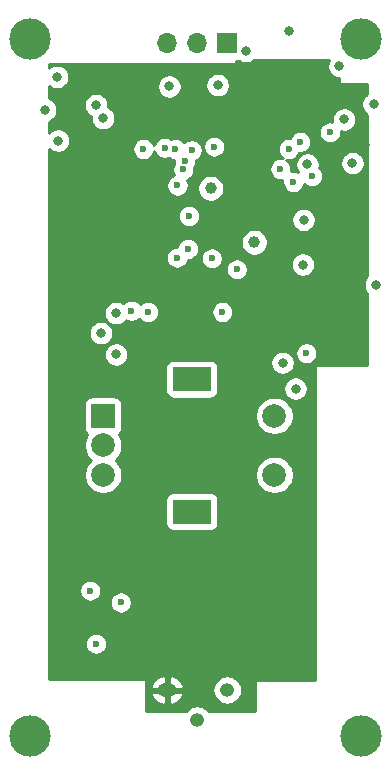
<source format=gbr>
G04 #@! TF.GenerationSoftware,KiCad,Pcbnew,5.1.2-f72e74a~84~ubuntu19.04.1*
G04 #@! TF.CreationDate,2019-07-17T18:56:16-05:00*
G04 #@! TF.ProjectId,led-controller,6c65642d-636f-46e7-9472-6f6c6c65722e,rev?*
G04 #@! TF.SameCoordinates,Original*
G04 #@! TF.FileFunction,Copper,L3,Inr*
G04 #@! TF.FilePolarity,Positive*
%FSLAX46Y46*%
G04 Gerber Fmt 4.6, Leading zero omitted, Abs format (unit mm)*
G04 Created by KiCad (PCBNEW 5.1.2-f72e74a~84~ubuntu19.04.1) date 2019-07-17 18:56:16*
%MOMM*%
%LPD*%
G04 APERTURE LIST*
%ADD10O,1.700000X1.700000*%
%ADD11R,1.700000X1.700000*%
%ADD12O,1.200000X1.200000*%
%ADD13O,1.600000X1.200000*%
%ADD14R,2.000000X2.000000*%
%ADD15C,2.000000*%
%ADD16R,3.200000X2.000000*%
%ADD17C,3.500000*%
%ADD18C,0.800000*%
%ADD19C,0.600000*%
%ADD20C,1.000000*%
%ADD21C,0.254000*%
G04 APERTURE END LIST*
D10*
X144114520Y-57271920D03*
X146654520Y-57271920D03*
D11*
X149194520Y-57271920D03*
D12*
X149191980Y-112031780D03*
X146651980Y-114571780D03*
D13*
X144111980Y-112031780D03*
D14*
X138694160Y-88818720D03*
D15*
X138694160Y-91318720D03*
X138694160Y-93818720D03*
D16*
X146194160Y-85718720D03*
X146194160Y-96918720D03*
D15*
X153194160Y-88818720D03*
X153194160Y-93818720D03*
D17*
X132509260Y-115912900D03*
X160497520Y-115915440D03*
X160510220Y-56934100D03*
X132499100Y-56929020D03*
D18*
X134793660Y-60122420D03*
X134893660Y-65522420D03*
X144293660Y-60922420D03*
X148393660Y-60822420D03*
X155593660Y-76022420D03*
X161793660Y-77722420D03*
X154393660Y-56222420D03*
X158693660Y-59222420D03*
X161593660Y-62422420D03*
X139793660Y-83622420D03*
X138493660Y-81822420D03*
X139793660Y-80122420D03*
X138693660Y-63622420D03*
X150793660Y-57922420D03*
D19*
X138093660Y-108122420D03*
D20*
X151493660Y-74122420D03*
D18*
X155993660Y-67522420D03*
X159793660Y-67422420D03*
X155668650Y-72222420D03*
D20*
X147793660Y-69547441D03*
D18*
X138093660Y-62522420D03*
D19*
X157893660Y-64822420D03*
D18*
X140193660Y-59722420D03*
X152193660Y-60722420D03*
X140493660Y-92122420D03*
X142793660Y-88922420D03*
X160893660Y-65922420D03*
X140293660Y-106122420D03*
D19*
X134693660Y-107822420D03*
X152593660Y-77322420D03*
D18*
X141093660Y-65622400D03*
D19*
X143893660Y-66122420D03*
X144793660Y-66222420D03*
X137593660Y-103622420D03*
X148793660Y-80022420D03*
X142493660Y-80022420D03*
X140193660Y-104622420D03*
X145968681Y-71901776D03*
X141093660Y-79922420D03*
X144987066Y-69315826D03*
X145881232Y-74684505D03*
X154793660Y-69022420D03*
X156393660Y-68522420D03*
X145484808Y-67960393D03*
X146193660Y-66322420D03*
X148093660Y-66022420D03*
X154393660Y-66222420D03*
X145618650Y-67222420D03*
X147893660Y-75489378D03*
X142093660Y-66222420D03*
D18*
X133793660Y-62922420D03*
D19*
X150011402Y-76422420D03*
X155893660Y-83522420D03*
D18*
X159093660Y-63722420D03*
D19*
X155393660Y-65622420D03*
X153693660Y-67922420D03*
X144949909Y-75417371D03*
D18*
X154993660Y-86522420D03*
X153893660Y-84322420D03*
D21*
G36*
X157776455Y-58732164D02*
G01*
X157698434Y-58920522D01*
X157658660Y-59120481D01*
X157658660Y-59324359D01*
X157698434Y-59524318D01*
X157776455Y-59712676D01*
X157889723Y-59882194D01*
X158033886Y-60026357D01*
X158203404Y-60139625D01*
X158391762Y-60217646D01*
X158591721Y-60257420D01*
X158666660Y-60257420D01*
X158666660Y-60622420D01*
X158669100Y-60647196D01*
X158676327Y-60671021D01*
X158688063Y-60692977D01*
X158703857Y-60712223D01*
X158723103Y-60728017D01*
X158745059Y-60739753D01*
X158768884Y-60746980D01*
X158793660Y-60749420D01*
X161066660Y-60749420D01*
X161066660Y-61529766D01*
X160933886Y-61618483D01*
X160789723Y-61762646D01*
X160676455Y-61932164D01*
X160598434Y-62120522D01*
X160558660Y-62320481D01*
X160558660Y-62524359D01*
X160598434Y-62724318D01*
X160676455Y-62912676D01*
X160789723Y-63082194D01*
X160933886Y-63226357D01*
X161066660Y-63315074D01*
X161066660Y-76985709D01*
X160989723Y-77062646D01*
X160876455Y-77232164D01*
X160798434Y-77420522D01*
X160758660Y-77620481D01*
X160758660Y-77824359D01*
X160798434Y-78024318D01*
X160876455Y-78212676D01*
X160989723Y-78382194D01*
X161066660Y-78459131D01*
X161066660Y-84495420D01*
X156793660Y-84495420D01*
X156768884Y-84497860D01*
X156745059Y-84505087D01*
X156723103Y-84516823D01*
X156703857Y-84532617D01*
X156688063Y-84551863D01*
X156676327Y-84573819D01*
X156669100Y-84597644D01*
X156666660Y-84622420D01*
X156666660Y-111195420D01*
X151693660Y-111195420D01*
X151668884Y-111197860D01*
X151645059Y-111205087D01*
X151623103Y-111216823D01*
X151603857Y-111232617D01*
X151588063Y-111251863D01*
X151576327Y-111273819D01*
X151569100Y-111297644D01*
X151566660Y-111322420D01*
X151566660Y-113795420D01*
X147612487Y-113795420D01*
X147529482Y-113694278D01*
X147341429Y-113539947D01*
X147126881Y-113425269D01*
X146894082Y-113354650D01*
X146712645Y-113336780D01*
X146591315Y-113336780D01*
X146409878Y-113354650D01*
X146177079Y-113425269D01*
X145962531Y-113539947D01*
X145774478Y-113694278D01*
X145691473Y-113795420D01*
X142320660Y-113795420D01*
X142320660Y-112349389D01*
X142718518Y-112349389D01*
X142724503Y-112391942D01*
X142817584Y-112616687D01*
X142952722Y-112818954D01*
X143124724Y-112990971D01*
X143326980Y-113126126D01*
X143551717Y-113219226D01*
X143790299Y-113266693D01*
X143984980Y-113111774D01*
X143984980Y-112158780D01*
X144238980Y-112158780D01*
X144238980Y-113111774D01*
X144433661Y-113266693D01*
X144672243Y-113219226D01*
X144896980Y-113126126D01*
X145099236Y-112990971D01*
X145271238Y-112818954D01*
X145406376Y-112616687D01*
X145499457Y-112391942D01*
X145505442Y-112349389D01*
X145380711Y-112158780D01*
X144238980Y-112158780D01*
X143984980Y-112158780D01*
X142843249Y-112158780D01*
X142718518Y-112349389D01*
X142320660Y-112349389D01*
X142320660Y-112031780D01*
X147951005Y-112031780D01*
X147974850Y-112273882D01*
X148045469Y-112506681D01*
X148160147Y-112721229D01*
X148314478Y-112909282D01*
X148502531Y-113063613D01*
X148717079Y-113178291D01*
X148949878Y-113248910D01*
X149131315Y-113266780D01*
X149252645Y-113266780D01*
X149434082Y-113248910D01*
X149666881Y-113178291D01*
X149881429Y-113063613D01*
X150069482Y-112909282D01*
X150223813Y-112721229D01*
X150338491Y-112506681D01*
X150409110Y-112273882D01*
X150432955Y-112031780D01*
X150409110Y-111789678D01*
X150338491Y-111556879D01*
X150223813Y-111342331D01*
X150069482Y-111154278D01*
X149881429Y-110999947D01*
X149666881Y-110885269D01*
X149434082Y-110814650D01*
X149252645Y-110796780D01*
X149131315Y-110796780D01*
X148949878Y-110814650D01*
X148717079Y-110885269D01*
X148502531Y-110999947D01*
X148314478Y-111154278D01*
X148160147Y-111342331D01*
X148045469Y-111556879D01*
X147974850Y-111789678D01*
X147951005Y-112031780D01*
X142320660Y-112031780D01*
X142320660Y-111714171D01*
X142718518Y-111714171D01*
X142843249Y-111904780D01*
X143984980Y-111904780D01*
X143984980Y-110951786D01*
X144238980Y-110951786D01*
X144238980Y-111904780D01*
X145380711Y-111904780D01*
X145505442Y-111714171D01*
X145499457Y-111671618D01*
X145406376Y-111446873D01*
X145271238Y-111244606D01*
X145099236Y-111072589D01*
X144896980Y-110937434D01*
X144672243Y-110844334D01*
X144433661Y-110796867D01*
X144238980Y-110951786D01*
X143984980Y-110951786D01*
X143790299Y-110796867D01*
X143551717Y-110844334D01*
X143326980Y-110937434D01*
X143124724Y-111072589D01*
X142952722Y-111244606D01*
X142817584Y-111446873D01*
X142724503Y-111671618D01*
X142718518Y-111714171D01*
X142320660Y-111714171D01*
X142320660Y-111222420D01*
X142318220Y-111197644D01*
X142310993Y-111173819D01*
X142299257Y-111151863D01*
X142283463Y-111132617D01*
X142264217Y-111116823D01*
X142242261Y-111105087D01*
X142218436Y-111097860D01*
X142193660Y-111095420D01*
X134120660Y-111095420D01*
X134120660Y-108030331D01*
X137158660Y-108030331D01*
X137158660Y-108214509D01*
X137194592Y-108395149D01*
X137265074Y-108565309D01*
X137367398Y-108718448D01*
X137497632Y-108848682D01*
X137650771Y-108951006D01*
X137820931Y-109021488D01*
X138001571Y-109057420D01*
X138185749Y-109057420D01*
X138366389Y-109021488D01*
X138536549Y-108951006D01*
X138689688Y-108848682D01*
X138819922Y-108718448D01*
X138922246Y-108565309D01*
X138992728Y-108395149D01*
X139028660Y-108214509D01*
X139028660Y-108030331D01*
X138992728Y-107849691D01*
X138922246Y-107679531D01*
X138819922Y-107526392D01*
X138689688Y-107396158D01*
X138536549Y-107293834D01*
X138366389Y-107223352D01*
X138185749Y-107187420D01*
X138001571Y-107187420D01*
X137820931Y-107223352D01*
X137650771Y-107293834D01*
X137497632Y-107396158D01*
X137367398Y-107526392D01*
X137265074Y-107679531D01*
X137194592Y-107849691D01*
X137158660Y-108030331D01*
X134120660Y-108030331D01*
X134120660Y-103530331D01*
X136658660Y-103530331D01*
X136658660Y-103714509D01*
X136694592Y-103895149D01*
X136765074Y-104065309D01*
X136867398Y-104218448D01*
X136997632Y-104348682D01*
X137150771Y-104451006D01*
X137320931Y-104521488D01*
X137501571Y-104557420D01*
X137685749Y-104557420D01*
X137821932Y-104530331D01*
X139258660Y-104530331D01*
X139258660Y-104714509D01*
X139294592Y-104895149D01*
X139365074Y-105065309D01*
X139467398Y-105218448D01*
X139597632Y-105348682D01*
X139750771Y-105451006D01*
X139920931Y-105521488D01*
X140101571Y-105557420D01*
X140285749Y-105557420D01*
X140466389Y-105521488D01*
X140636549Y-105451006D01*
X140789688Y-105348682D01*
X140919922Y-105218448D01*
X141022246Y-105065309D01*
X141092728Y-104895149D01*
X141128660Y-104714509D01*
X141128660Y-104530331D01*
X141092728Y-104349691D01*
X141022246Y-104179531D01*
X140919922Y-104026392D01*
X140789688Y-103896158D01*
X140636549Y-103793834D01*
X140466389Y-103723352D01*
X140285749Y-103687420D01*
X140101571Y-103687420D01*
X139920931Y-103723352D01*
X139750771Y-103793834D01*
X139597632Y-103896158D01*
X139467398Y-104026392D01*
X139365074Y-104179531D01*
X139294592Y-104349691D01*
X139258660Y-104530331D01*
X137821932Y-104530331D01*
X137866389Y-104521488D01*
X138036549Y-104451006D01*
X138189688Y-104348682D01*
X138319922Y-104218448D01*
X138422246Y-104065309D01*
X138492728Y-103895149D01*
X138528660Y-103714509D01*
X138528660Y-103530331D01*
X138492728Y-103349691D01*
X138422246Y-103179531D01*
X138319922Y-103026392D01*
X138189688Y-102896158D01*
X138036549Y-102793834D01*
X137866389Y-102723352D01*
X137685749Y-102687420D01*
X137501571Y-102687420D01*
X137320931Y-102723352D01*
X137150771Y-102793834D01*
X136997632Y-102896158D01*
X136867398Y-103026392D01*
X136765074Y-103179531D01*
X136694592Y-103349691D01*
X136658660Y-103530331D01*
X134120660Y-103530331D01*
X134120660Y-95918720D01*
X143956088Y-95918720D01*
X143956088Y-97918720D01*
X143968348Y-98043202D01*
X144004658Y-98162900D01*
X144063623Y-98273214D01*
X144142975Y-98369905D01*
X144239666Y-98449257D01*
X144349980Y-98508222D01*
X144469678Y-98544532D01*
X144594160Y-98556792D01*
X147794160Y-98556792D01*
X147918642Y-98544532D01*
X148038340Y-98508222D01*
X148148654Y-98449257D01*
X148245345Y-98369905D01*
X148324697Y-98273214D01*
X148383662Y-98162900D01*
X148419972Y-98043202D01*
X148432232Y-97918720D01*
X148432232Y-95918720D01*
X148419972Y-95794238D01*
X148383662Y-95674540D01*
X148324697Y-95564226D01*
X148245345Y-95467535D01*
X148148654Y-95388183D01*
X148038340Y-95329218D01*
X147918642Y-95292908D01*
X147794160Y-95280648D01*
X144594160Y-95280648D01*
X144469678Y-95292908D01*
X144349980Y-95329218D01*
X144239666Y-95388183D01*
X144142975Y-95467535D01*
X144063623Y-95564226D01*
X144004658Y-95674540D01*
X143968348Y-95794238D01*
X143956088Y-95918720D01*
X134120660Y-95918720D01*
X134120660Y-87818720D01*
X137056088Y-87818720D01*
X137056088Y-89818720D01*
X137068348Y-89943202D01*
X137104658Y-90062900D01*
X137163623Y-90173214D01*
X137242975Y-90269905D01*
X137339666Y-90349257D01*
X137366097Y-90363385D01*
X137245242Y-90544257D01*
X137121992Y-90841808D01*
X137059160Y-91157687D01*
X137059160Y-91479753D01*
X137121992Y-91795632D01*
X137245242Y-92093183D01*
X137424173Y-92360972D01*
X137631921Y-92568720D01*
X137424173Y-92776468D01*
X137245242Y-93044257D01*
X137121992Y-93341808D01*
X137059160Y-93657687D01*
X137059160Y-93979753D01*
X137121992Y-94295632D01*
X137245242Y-94593183D01*
X137424173Y-94860972D01*
X137651908Y-95088707D01*
X137919697Y-95267638D01*
X138217248Y-95390888D01*
X138533127Y-95453720D01*
X138855193Y-95453720D01*
X139171072Y-95390888D01*
X139468623Y-95267638D01*
X139736412Y-95088707D01*
X139964147Y-94860972D01*
X140143078Y-94593183D01*
X140266328Y-94295632D01*
X140329160Y-93979753D01*
X140329160Y-93657687D01*
X151559160Y-93657687D01*
X151559160Y-93979753D01*
X151621992Y-94295632D01*
X151745242Y-94593183D01*
X151924173Y-94860972D01*
X152151908Y-95088707D01*
X152419697Y-95267638D01*
X152717248Y-95390888D01*
X153033127Y-95453720D01*
X153355193Y-95453720D01*
X153671072Y-95390888D01*
X153968623Y-95267638D01*
X154236412Y-95088707D01*
X154464147Y-94860972D01*
X154643078Y-94593183D01*
X154766328Y-94295632D01*
X154829160Y-93979753D01*
X154829160Y-93657687D01*
X154766328Y-93341808D01*
X154643078Y-93044257D01*
X154464147Y-92776468D01*
X154236412Y-92548733D01*
X153968623Y-92369802D01*
X153671072Y-92246552D01*
X153355193Y-92183720D01*
X153033127Y-92183720D01*
X152717248Y-92246552D01*
X152419697Y-92369802D01*
X152151908Y-92548733D01*
X151924173Y-92776468D01*
X151745242Y-93044257D01*
X151621992Y-93341808D01*
X151559160Y-93657687D01*
X140329160Y-93657687D01*
X140266328Y-93341808D01*
X140143078Y-93044257D01*
X139964147Y-92776468D01*
X139756399Y-92568720D01*
X139964147Y-92360972D01*
X140143078Y-92093183D01*
X140266328Y-91795632D01*
X140329160Y-91479753D01*
X140329160Y-91157687D01*
X140266328Y-90841808D01*
X140143078Y-90544257D01*
X140022223Y-90363385D01*
X140048654Y-90349257D01*
X140145345Y-90269905D01*
X140224697Y-90173214D01*
X140283662Y-90062900D01*
X140319972Y-89943202D01*
X140332232Y-89818720D01*
X140332232Y-88657687D01*
X151559160Y-88657687D01*
X151559160Y-88979753D01*
X151621992Y-89295632D01*
X151745242Y-89593183D01*
X151924173Y-89860972D01*
X152151908Y-90088707D01*
X152419697Y-90267638D01*
X152717248Y-90390888D01*
X153033127Y-90453720D01*
X153355193Y-90453720D01*
X153671072Y-90390888D01*
X153968623Y-90267638D01*
X154236412Y-90088707D01*
X154464147Y-89860972D01*
X154643078Y-89593183D01*
X154766328Y-89295632D01*
X154829160Y-88979753D01*
X154829160Y-88657687D01*
X154766328Y-88341808D01*
X154643078Y-88044257D01*
X154464147Y-87776468D01*
X154236412Y-87548733D01*
X153968623Y-87369802D01*
X153671072Y-87246552D01*
X153355193Y-87183720D01*
X153033127Y-87183720D01*
X152717248Y-87246552D01*
X152419697Y-87369802D01*
X152151908Y-87548733D01*
X151924173Y-87776468D01*
X151745242Y-88044257D01*
X151621992Y-88341808D01*
X151559160Y-88657687D01*
X140332232Y-88657687D01*
X140332232Y-87818720D01*
X140319972Y-87694238D01*
X140283662Y-87574540D01*
X140224697Y-87464226D01*
X140145345Y-87367535D01*
X140048654Y-87288183D01*
X139938340Y-87229218D01*
X139818642Y-87192908D01*
X139694160Y-87180648D01*
X137694160Y-87180648D01*
X137569678Y-87192908D01*
X137449980Y-87229218D01*
X137339666Y-87288183D01*
X137242975Y-87367535D01*
X137163623Y-87464226D01*
X137104658Y-87574540D01*
X137068348Y-87694238D01*
X137056088Y-87818720D01*
X134120660Y-87818720D01*
X134120660Y-84718720D01*
X143956088Y-84718720D01*
X143956088Y-86718720D01*
X143968348Y-86843202D01*
X144004658Y-86962900D01*
X144063623Y-87073214D01*
X144142975Y-87169905D01*
X144239666Y-87249257D01*
X144349980Y-87308222D01*
X144469678Y-87344532D01*
X144594160Y-87356792D01*
X147794160Y-87356792D01*
X147918642Y-87344532D01*
X148038340Y-87308222D01*
X148148654Y-87249257D01*
X148245345Y-87169905D01*
X148324697Y-87073214D01*
X148383662Y-86962900D01*
X148419972Y-86843202D01*
X148432232Y-86718720D01*
X148432232Y-86420481D01*
X153958660Y-86420481D01*
X153958660Y-86624359D01*
X153998434Y-86824318D01*
X154076455Y-87012676D01*
X154189723Y-87182194D01*
X154333886Y-87326357D01*
X154503404Y-87439625D01*
X154691762Y-87517646D01*
X154891721Y-87557420D01*
X155095599Y-87557420D01*
X155295558Y-87517646D01*
X155483916Y-87439625D01*
X155653434Y-87326357D01*
X155797597Y-87182194D01*
X155910865Y-87012676D01*
X155988886Y-86824318D01*
X156028660Y-86624359D01*
X156028660Y-86420481D01*
X155988886Y-86220522D01*
X155910865Y-86032164D01*
X155797597Y-85862646D01*
X155653434Y-85718483D01*
X155483916Y-85605215D01*
X155295558Y-85527194D01*
X155095599Y-85487420D01*
X154891721Y-85487420D01*
X154691762Y-85527194D01*
X154503404Y-85605215D01*
X154333886Y-85718483D01*
X154189723Y-85862646D01*
X154076455Y-86032164D01*
X153998434Y-86220522D01*
X153958660Y-86420481D01*
X148432232Y-86420481D01*
X148432232Y-84718720D01*
X148419972Y-84594238D01*
X148383662Y-84474540D01*
X148324697Y-84364226D01*
X148245345Y-84267535D01*
X148188010Y-84220481D01*
X152858660Y-84220481D01*
X152858660Y-84424359D01*
X152898434Y-84624318D01*
X152976455Y-84812676D01*
X153089723Y-84982194D01*
X153233886Y-85126357D01*
X153403404Y-85239625D01*
X153591762Y-85317646D01*
X153791721Y-85357420D01*
X153995599Y-85357420D01*
X154195558Y-85317646D01*
X154383916Y-85239625D01*
X154553434Y-85126357D01*
X154697597Y-84982194D01*
X154810865Y-84812676D01*
X154888886Y-84624318D01*
X154928660Y-84424359D01*
X154928660Y-84220481D01*
X154888886Y-84020522D01*
X154810865Y-83832164D01*
X154697597Y-83662646D01*
X154553434Y-83518483D01*
X154421505Y-83430331D01*
X154958660Y-83430331D01*
X154958660Y-83614509D01*
X154994592Y-83795149D01*
X155065074Y-83965309D01*
X155167398Y-84118448D01*
X155297632Y-84248682D01*
X155450771Y-84351006D01*
X155620931Y-84421488D01*
X155801571Y-84457420D01*
X155985749Y-84457420D01*
X156166389Y-84421488D01*
X156336549Y-84351006D01*
X156489688Y-84248682D01*
X156619922Y-84118448D01*
X156722246Y-83965309D01*
X156792728Y-83795149D01*
X156828660Y-83614509D01*
X156828660Y-83430331D01*
X156792728Y-83249691D01*
X156722246Y-83079531D01*
X156619922Y-82926392D01*
X156489688Y-82796158D01*
X156336549Y-82693834D01*
X156166389Y-82623352D01*
X155985749Y-82587420D01*
X155801571Y-82587420D01*
X155620931Y-82623352D01*
X155450771Y-82693834D01*
X155297632Y-82796158D01*
X155167398Y-82926392D01*
X155065074Y-83079531D01*
X154994592Y-83249691D01*
X154958660Y-83430331D01*
X154421505Y-83430331D01*
X154383916Y-83405215D01*
X154195558Y-83327194D01*
X153995599Y-83287420D01*
X153791721Y-83287420D01*
X153591762Y-83327194D01*
X153403404Y-83405215D01*
X153233886Y-83518483D01*
X153089723Y-83662646D01*
X152976455Y-83832164D01*
X152898434Y-84020522D01*
X152858660Y-84220481D01*
X148188010Y-84220481D01*
X148148654Y-84188183D01*
X148038340Y-84129218D01*
X147918642Y-84092908D01*
X147794160Y-84080648D01*
X144594160Y-84080648D01*
X144469678Y-84092908D01*
X144349980Y-84129218D01*
X144239666Y-84188183D01*
X144142975Y-84267535D01*
X144063623Y-84364226D01*
X144004658Y-84474540D01*
X143968348Y-84594238D01*
X143956088Y-84718720D01*
X134120660Y-84718720D01*
X134120660Y-83520481D01*
X138758660Y-83520481D01*
X138758660Y-83724359D01*
X138798434Y-83924318D01*
X138876455Y-84112676D01*
X138989723Y-84282194D01*
X139133886Y-84426357D01*
X139303404Y-84539625D01*
X139491762Y-84617646D01*
X139691721Y-84657420D01*
X139895599Y-84657420D01*
X140095558Y-84617646D01*
X140283916Y-84539625D01*
X140453434Y-84426357D01*
X140597597Y-84282194D01*
X140710865Y-84112676D01*
X140788886Y-83924318D01*
X140828660Y-83724359D01*
X140828660Y-83520481D01*
X140788886Y-83320522D01*
X140710865Y-83132164D01*
X140597597Y-82962646D01*
X140453434Y-82818483D01*
X140283916Y-82705215D01*
X140095558Y-82627194D01*
X139895599Y-82587420D01*
X139691721Y-82587420D01*
X139491762Y-82627194D01*
X139303404Y-82705215D01*
X139133886Y-82818483D01*
X138989723Y-82962646D01*
X138876455Y-83132164D01*
X138798434Y-83320522D01*
X138758660Y-83520481D01*
X134120660Y-83520481D01*
X134120660Y-81720481D01*
X137458660Y-81720481D01*
X137458660Y-81924359D01*
X137498434Y-82124318D01*
X137576455Y-82312676D01*
X137689723Y-82482194D01*
X137833886Y-82626357D01*
X138003404Y-82739625D01*
X138191762Y-82817646D01*
X138391721Y-82857420D01*
X138595599Y-82857420D01*
X138795558Y-82817646D01*
X138983916Y-82739625D01*
X139153434Y-82626357D01*
X139297597Y-82482194D01*
X139410865Y-82312676D01*
X139488886Y-82124318D01*
X139528660Y-81924359D01*
X139528660Y-81720481D01*
X139488886Y-81520522D01*
X139410865Y-81332164D01*
X139297597Y-81162646D01*
X139153434Y-81018483D01*
X138983916Y-80905215D01*
X138795558Y-80827194D01*
X138595599Y-80787420D01*
X138391721Y-80787420D01*
X138191762Y-80827194D01*
X138003404Y-80905215D01*
X137833886Y-81018483D01*
X137689723Y-81162646D01*
X137576455Y-81332164D01*
X137498434Y-81520522D01*
X137458660Y-81720481D01*
X134120660Y-81720481D01*
X134120660Y-80020481D01*
X138758660Y-80020481D01*
X138758660Y-80224359D01*
X138798434Y-80424318D01*
X138876455Y-80612676D01*
X138989723Y-80782194D01*
X139133886Y-80926357D01*
X139303404Y-81039625D01*
X139491762Y-81117646D01*
X139691721Y-81157420D01*
X139895599Y-81157420D01*
X140095558Y-81117646D01*
X140283916Y-81039625D01*
X140453434Y-80926357D01*
X140597597Y-80782194D01*
X140628417Y-80736069D01*
X140650771Y-80751006D01*
X140820931Y-80821488D01*
X141001571Y-80857420D01*
X141185749Y-80857420D01*
X141366389Y-80821488D01*
X141536549Y-80751006D01*
X141689688Y-80648682D01*
X141748382Y-80589988D01*
X141767398Y-80618448D01*
X141897632Y-80748682D01*
X142050771Y-80851006D01*
X142220931Y-80921488D01*
X142401571Y-80957420D01*
X142585749Y-80957420D01*
X142766389Y-80921488D01*
X142936549Y-80851006D01*
X143089688Y-80748682D01*
X143219922Y-80618448D01*
X143322246Y-80465309D01*
X143392728Y-80295149D01*
X143428660Y-80114509D01*
X143428660Y-79930331D01*
X147858660Y-79930331D01*
X147858660Y-80114509D01*
X147894592Y-80295149D01*
X147965074Y-80465309D01*
X148067398Y-80618448D01*
X148197632Y-80748682D01*
X148350771Y-80851006D01*
X148520931Y-80921488D01*
X148701571Y-80957420D01*
X148885749Y-80957420D01*
X149066389Y-80921488D01*
X149236549Y-80851006D01*
X149389688Y-80748682D01*
X149519922Y-80618448D01*
X149622246Y-80465309D01*
X149692728Y-80295149D01*
X149728660Y-80114509D01*
X149728660Y-79930331D01*
X149692728Y-79749691D01*
X149622246Y-79579531D01*
X149519922Y-79426392D01*
X149389688Y-79296158D01*
X149236549Y-79193834D01*
X149066389Y-79123352D01*
X148885749Y-79087420D01*
X148701571Y-79087420D01*
X148520931Y-79123352D01*
X148350771Y-79193834D01*
X148197632Y-79296158D01*
X148067398Y-79426392D01*
X147965074Y-79579531D01*
X147894592Y-79749691D01*
X147858660Y-79930331D01*
X143428660Y-79930331D01*
X143392728Y-79749691D01*
X143322246Y-79579531D01*
X143219922Y-79426392D01*
X143089688Y-79296158D01*
X142936549Y-79193834D01*
X142766389Y-79123352D01*
X142585749Y-79087420D01*
X142401571Y-79087420D01*
X142220931Y-79123352D01*
X142050771Y-79193834D01*
X141897632Y-79296158D01*
X141838938Y-79354852D01*
X141819922Y-79326392D01*
X141689688Y-79196158D01*
X141536549Y-79093834D01*
X141366389Y-79023352D01*
X141185749Y-78987420D01*
X141001571Y-78987420D01*
X140820931Y-79023352D01*
X140650771Y-79093834D01*
X140497632Y-79196158D01*
X140406600Y-79287190D01*
X140283916Y-79205215D01*
X140095558Y-79127194D01*
X139895599Y-79087420D01*
X139691721Y-79087420D01*
X139491762Y-79127194D01*
X139303404Y-79205215D01*
X139133886Y-79318483D01*
X138989723Y-79462646D01*
X138876455Y-79632164D01*
X138798434Y-79820522D01*
X138758660Y-80020481D01*
X134120660Y-80020481D01*
X134120660Y-75325282D01*
X144014909Y-75325282D01*
X144014909Y-75509460D01*
X144050841Y-75690100D01*
X144121323Y-75860260D01*
X144223647Y-76013399D01*
X144353881Y-76143633D01*
X144507020Y-76245957D01*
X144677180Y-76316439D01*
X144857820Y-76352371D01*
X145041998Y-76352371D01*
X145222638Y-76316439D01*
X145392798Y-76245957D01*
X145545937Y-76143633D01*
X145676171Y-76013399D01*
X145778495Y-75860260D01*
X145848977Y-75690100D01*
X145863019Y-75619505D01*
X145973321Y-75619505D01*
X146153961Y-75583573D01*
X146324121Y-75513091D01*
X146477260Y-75410767D01*
X146490738Y-75397289D01*
X146958660Y-75397289D01*
X146958660Y-75581467D01*
X146994592Y-75762107D01*
X147065074Y-75932267D01*
X147167398Y-76085406D01*
X147297632Y-76215640D01*
X147450771Y-76317964D01*
X147620931Y-76388446D01*
X147801571Y-76424378D01*
X147985749Y-76424378D01*
X148166389Y-76388446D01*
X148306692Y-76330331D01*
X149076402Y-76330331D01*
X149076402Y-76514509D01*
X149112334Y-76695149D01*
X149182816Y-76865309D01*
X149285140Y-77018448D01*
X149415374Y-77148682D01*
X149568513Y-77251006D01*
X149738673Y-77321488D01*
X149919313Y-77357420D01*
X150103491Y-77357420D01*
X150284131Y-77321488D01*
X150454291Y-77251006D01*
X150607430Y-77148682D01*
X150737664Y-77018448D01*
X150839988Y-76865309D01*
X150910470Y-76695149D01*
X150946402Y-76514509D01*
X150946402Y-76330331D01*
X150910470Y-76149691D01*
X150839988Y-75979531D01*
X150800533Y-75920481D01*
X154558660Y-75920481D01*
X154558660Y-76124359D01*
X154598434Y-76324318D01*
X154676455Y-76512676D01*
X154789723Y-76682194D01*
X154933886Y-76826357D01*
X155103404Y-76939625D01*
X155291762Y-77017646D01*
X155491721Y-77057420D01*
X155695599Y-77057420D01*
X155895558Y-77017646D01*
X156083916Y-76939625D01*
X156253434Y-76826357D01*
X156397597Y-76682194D01*
X156510865Y-76512676D01*
X156588886Y-76324318D01*
X156628660Y-76124359D01*
X156628660Y-75920481D01*
X156588886Y-75720522D01*
X156510865Y-75532164D01*
X156397597Y-75362646D01*
X156253434Y-75218483D01*
X156083916Y-75105215D01*
X155895558Y-75027194D01*
X155695599Y-74987420D01*
X155491721Y-74987420D01*
X155291762Y-75027194D01*
X155103404Y-75105215D01*
X154933886Y-75218483D01*
X154789723Y-75362646D01*
X154676455Y-75532164D01*
X154598434Y-75720522D01*
X154558660Y-75920481D01*
X150800533Y-75920481D01*
X150737664Y-75826392D01*
X150607430Y-75696158D01*
X150454291Y-75593834D01*
X150284131Y-75523352D01*
X150103491Y-75487420D01*
X149919313Y-75487420D01*
X149738673Y-75523352D01*
X149568513Y-75593834D01*
X149415374Y-75696158D01*
X149285140Y-75826392D01*
X149182816Y-75979531D01*
X149112334Y-76149691D01*
X149076402Y-76330331D01*
X148306692Y-76330331D01*
X148336549Y-76317964D01*
X148489688Y-76215640D01*
X148619922Y-76085406D01*
X148722246Y-75932267D01*
X148792728Y-75762107D01*
X148828660Y-75581467D01*
X148828660Y-75397289D01*
X148792728Y-75216649D01*
X148722246Y-75046489D01*
X148619922Y-74893350D01*
X148489688Y-74763116D01*
X148336549Y-74660792D01*
X148166389Y-74590310D01*
X147985749Y-74554378D01*
X147801571Y-74554378D01*
X147620931Y-74590310D01*
X147450771Y-74660792D01*
X147297632Y-74763116D01*
X147167398Y-74893350D01*
X147065074Y-75046489D01*
X146994592Y-75216649D01*
X146958660Y-75397289D01*
X146490738Y-75397289D01*
X146607494Y-75280533D01*
X146709818Y-75127394D01*
X146780300Y-74957234D01*
X146816232Y-74776594D01*
X146816232Y-74592416D01*
X146780300Y-74411776D01*
X146709818Y-74241616D01*
X146607494Y-74088477D01*
X146529649Y-74010632D01*
X150358660Y-74010632D01*
X150358660Y-74234208D01*
X150402277Y-74453487D01*
X150487836Y-74660044D01*
X150612048Y-74845940D01*
X150770140Y-75004032D01*
X150956036Y-75128244D01*
X151162593Y-75213803D01*
X151381872Y-75257420D01*
X151605448Y-75257420D01*
X151824727Y-75213803D01*
X152031284Y-75128244D01*
X152217180Y-75004032D01*
X152375272Y-74845940D01*
X152499484Y-74660044D01*
X152585043Y-74453487D01*
X152628660Y-74234208D01*
X152628660Y-74010632D01*
X152585043Y-73791353D01*
X152499484Y-73584796D01*
X152375272Y-73398900D01*
X152217180Y-73240808D01*
X152031284Y-73116596D01*
X151824727Y-73031037D01*
X151605448Y-72987420D01*
X151381872Y-72987420D01*
X151162593Y-73031037D01*
X150956036Y-73116596D01*
X150770140Y-73240808D01*
X150612048Y-73398900D01*
X150487836Y-73584796D01*
X150402277Y-73791353D01*
X150358660Y-74010632D01*
X146529649Y-74010632D01*
X146477260Y-73958243D01*
X146324121Y-73855919D01*
X146153961Y-73785437D01*
X145973321Y-73749505D01*
X145789143Y-73749505D01*
X145608503Y-73785437D01*
X145438343Y-73855919D01*
X145285204Y-73958243D01*
X145154970Y-74088477D01*
X145052646Y-74241616D01*
X144982164Y-74411776D01*
X144968122Y-74482371D01*
X144857820Y-74482371D01*
X144677180Y-74518303D01*
X144507020Y-74588785D01*
X144353881Y-74691109D01*
X144223647Y-74821343D01*
X144121323Y-74974482D01*
X144050841Y-75144642D01*
X144014909Y-75325282D01*
X134120660Y-75325282D01*
X134120660Y-71809687D01*
X145033681Y-71809687D01*
X145033681Y-71993865D01*
X145069613Y-72174505D01*
X145140095Y-72344665D01*
X145242419Y-72497804D01*
X145372653Y-72628038D01*
X145525792Y-72730362D01*
X145695952Y-72800844D01*
X145876592Y-72836776D01*
X146060770Y-72836776D01*
X146241410Y-72800844D01*
X146411570Y-72730362D01*
X146564709Y-72628038D01*
X146694943Y-72497804D01*
X146797267Y-72344665D01*
X146867749Y-72174505D01*
X146878495Y-72120481D01*
X154633650Y-72120481D01*
X154633650Y-72324359D01*
X154673424Y-72524318D01*
X154751445Y-72712676D01*
X154864713Y-72882194D01*
X155008876Y-73026357D01*
X155178394Y-73139625D01*
X155366752Y-73217646D01*
X155566711Y-73257420D01*
X155770589Y-73257420D01*
X155970548Y-73217646D01*
X156158906Y-73139625D01*
X156328424Y-73026357D01*
X156472587Y-72882194D01*
X156585855Y-72712676D01*
X156663876Y-72524318D01*
X156703650Y-72324359D01*
X156703650Y-72120481D01*
X156663876Y-71920522D01*
X156585855Y-71732164D01*
X156472587Y-71562646D01*
X156328424Y-71418483D01*
X156158906Y-71305215D01*
X155970548Y-71227194D01*
X155770589Y-71187420D01*
X155566711Y-71187420D01*
X155366752Y-71227194D01*
X155178394Y-71305215D01*
X155008876Y-71418483D01*
X154864713Y-71562646D01*
X154751445Y-71732164D01*
X154673424Y-71920522D01*
X154633650Y-72120481D01*
X146878495Y-72120481D01*
X146903681Y-71993865D01*
X146903681Y-71809687D01*
X146867749Y-71629047D01*
X146797267Y-71458887D01*
X146694943Y-71305748D01*
X146564709Y-71175514D01*
X146411570Y-71073190D01*
X146241410Y-71002708D01*
X146060770Y-70966776D01*
X145876592Y-70966776D01*
X145695952Y-71002708D01*
X145525792Y-71073190D01*
X145372653Y-71175514D01*
X145242419Y-71305748D01*
X145140095Y-71458887D01*
X145069613Y-71629047D01*
X145033681Y-71809687D01*
X134120660Y-71809687D01*
X134120660Y-66213131D01*
X134233886Y-66326357D01*
X134403404Y-66439625D01*
X134591762Y-66517646D01*
X134791721Y-66557420D01*
X134995599Y-66557420D01*
X135195558Y-66517646D01*
X135383916Y-66439625D01*
X135553434Y-66326357D01*
X135697597Y-66182194D01*
X135732250Y-66130331D01*
X141158660Y-66130331D01*
X141158660Y-66314509D01*
X141194592Y-66495149D01*
X141265074Y-66665309D01*
X141367398Y-66818448D01*
X141497632Y-66948682D01*
X141650771Y-67051006D01*
X141820931Y-67121488D01*
X142001571Y-67157420D01*
X142185749Y-67157420D01*
X142366389Y-67121488D01*
X142536549Y-67051006D01*
X142689688Y-66948682D01*
X142819922Y-66818448D01*
X142922246Y-66665309D01*
X142992728Y-66495149D01*
X143006771Y-66424552D01*
X143065074Y-66565309D01*
X143167398Y-66718448D01*
X143297632Y-66848682D01*
X143450771Y-66951006D01*
X143620931Y-67021488D01*
X143801571Y-67057420D01*
X143985749Y-67057420D01*
X144166389Y-67021488D01*
X144252940Y-66985638D01*
X144350771Y-67051006D01*
X144520931Y-67121488D01*
X144683650Y-67153855D01*
X144683650Y-67314509D01*
X144708474Y-67439304D01*
X144656222Y-67517504D01*
X144585740Y-67687664D01*
X144549808Y-67868304D01*
X144549808Y-68052482D01*
X144585740Y-68233122D01*
X144656222Y-68403282D01*
X144675872Y-68432691D01*
X144544177Y-68487240D01*
X144391038Y-68589564D01*
X144260804Y-68719798D01*
X144158480Y-68872937D01*
X144087998Y-69043097D01*
X144052066Y-69223737D01*
X144052066Y-69407915D01*
X144087998Y-69588555D01*
X144158480Y-69758715D01*
X144260804Y-69911854D01*
X144391038Y-70042088D01*
X144544177Y-70144412D01*
X144714337Y-70214894D01*
X144894977Y-70250826D01*
X145079155Y-70250826D01*
X145259795Y-70214894D01*
X145429955Y-70144412D01*
X145583094Y-70042088D01*
X145713328Y-69911854D01*
X145815652Y-69758715D01*
X145886134Y-69588555D01*
X145916548Y-69435653D01*
X146658660Y-69435653D01*
X146658660Y-69659229D01*
X146702277Y-69878508D01*
X146787836Y-70085065D01*
X146912048Y-70270961D01*
X147070140Y-70429053D01*
X147256036Y-70553265D01*
X147462593Y-70638824D01*
X147681872Y-70682441D01*
X147905448Y-70682441D01*
X148124727Y-70638824D01*
X148331284Y-70553265D01*
X148517180Y-70429053D01*
X148675272Y-70270961D01*
X148799484Y-70085065D01*
X148885043Y-69878508D01*
X148928660Y-69659229D01*
X148928660Y-69435653D01*
X148885043Y-69216374D01*
X148799484Y-69009817D01*
X148675272Y-68823921D01*
X148517180Y-68665829D01*
X148331284Y-68541617D01*
X148124727Y-68456058D01*
X147905448Y-68412441D01*
X147681872Y-68412441D01*
X147462593Y-68456058D01*
X147256036Y-68541617D01*
X147070140Y-68665829D01*
X146912048Y-68823921D01*
X146787836Y-69009817D01*
X146702277Y-69216374D01*
X146658660Y-69435653D01*
X145916548Y-69435653D01*
X145922066Y-69407915D01*
X145922066Y-69223737D01*
X145886134Y-69043097D01*
X145815652Y-68872937D01*
X145796002Y-68843528D01*
X145927697Y-68788979D01*
X146080836Y-68686655D01*
X146211070Y-68556421D01*
X146313394Y-68403282D01*
X146383876Y-68233122D01*
X146419808Y-68052482D01*
X146419808Y-67868304D01*
X146412255Y-67830331D01*
X152758660Y-67830331D01*
X152758660Y-68014509D01*
X152794592Y-68195149D01*
X152865074Y-68365309D01*
X152967398Y-68518448D01*
X153097632Y-68648682D01*
X153250771Y-68751006D01*
X153420931Y-68821488D01*
X153601571Y-68857420D01*
X153785749Y-68857420D01*
X153876764Y-68839316D01*
X153858660Y-68930331D01*
X153858660Y-69114509D01*
X153894592Y-69295149D01*
X153965074Y-69465309D01*
X154067398Y-69618448D01*
X154197632Y-69748682D01*
X154350771Y-69851006D01*
X154520931Y-69921488D01*
X154701571Y-69957420D01*
X154885749Y-69957420D01*
X155066389Y-69921488D01*
X155236549Y-69851006D01*
X155389688Y-69748682D01*
X155519922Y-69618448D01*
X155622246Y-69465309D01*
X155692728Y-69295149D01*
X155717842Y-69168892D01*
X155797632Y-69248682D01*
X155950771Y-69351006D01*
X156120931Y-69421488D01*
X156301571Y-69457420D01*
X156485749Y-69457420D01*
X156666389Y-69421488D01*
X156836549Y-69351006D01*
X156989688Y-69248682D01*
X157119922Y-69118448D01*
X157222246Y-68965309D01*
X157292728Y-68795149D01*
X157328660Y-68614509D01*
X157328660Y-68430331D01*
X157292728Y-68249691D01*
X157222246Y-68079531D01*
X157119922Y-67926392D01*
X156993691Y-67800161D01*
X157028660Y-67624359D01*
X157028660Y-67420481D01*
X157008769Y-67320481D01*
X158758660Y-67320481D01*
X158758660Y-67524359D01*
X158798434Y-67724318D01*
X158876455Y-67912676D01*
X158989723Y-68082194D01*
X159133886Y-68226357D01*
X159303404Y-68339625D01*
X159491762Y-68417646D01*
X159691721Y-68457420D01*
X159895599Y-68457420D01*
X160095558Y-68417646D01*
X160283916Y-68339625D01*
X160453434Y-68226357D01*
X160597597Y-68082194D01*
X160710865Y-67912676D01*
X160788886Y-67724318D01*
X160828660Y-67524359D01*
X160828660Y-67320481D01*
X160788886Y-67120522D01*
X160710865Y-66932164D01*
X160597597Y-66762646D01*
X160453434Y-66618483D01*
X160283916Y-66505215D01*
X160095558Y-66427194D01*
X159895599Y-66387420D01*
X159691721Y-66387420D01*
X159491762Y-66427194D01*
X159303404Y-66505215D01*
X159133886Y-66618483D01*
X158989723Y-66762646D01*
X158876455Y-66932164D01*
X158798434Y-67120522D01*
X158758660Y-67320481D01*
X157008769Y-67320481D01*
X156988886Y-67220522D01*
X156910865Y-67032164D01*
X156797597Y-66862646D01*
X156653434Y-66718483D01*
X156483916Y-66605215D01*
X156295558Y-66527194D01*
X156095599Y-66487420D01*
X155891721Y-66487420D01*
X155691762Y-66527194D01*
X155503404Y-66605215D01*
X155333886Y-66718483D01*
X155189723Y-66862646D01*
X155076455Y-67032164D01*
X154998434Y-67220522D01*
X154958660Y-67420481D01*
X154958660Y-67624359D01*
X154998434Y-67824318D01*
X155076455Y-68012676D01*
X155182558Y-68171470D01*
X155066389Y-68123352D01*
X154885749Y-68087420D01*
X154701571Y-68087420D01*
X154610556Y-68105524D01*
X154628660Y-68014509D01*
X154628660Y-67830331D01*
X154592728Y-67649691D01*
X154522246Y-67479531D01*
X154419922Y-67326392D01*
X154289688Y-67196158D01*
X154202100Y-67137634D01*
X154301571Y-67157420D01*
X154485749Y-67157420D01*
X154666389Y-67121488D01*
X154836549Y-67051006D01*
X154989688Y-66948682D01*
X155119922Y-66818448D01*
X155222246Y-66665309D01*
X155269571Y-66551055D01*
X155301571Y-66557420D01*
X155485749Y-66557420D01*
X155666389Y-66521488D01*
X155836549Y-66451006D01*
X155989688Y-66348682D01*
X156119922Y-66218448D01*
X156222246Y-66065309D01*
X156292728Y-65895149D01*
X156328660Y-65714509D01*
X156328660Y-65530331D01*
X156292728Y-65349691D01*
X156222246Y-65179531D01*
X156119922Y-65026392D01*
X155989688Y-64896158D01*
X155836549Y-64793834D01*
X155683238Y-64730331D01*
X156958660Y-64730331D01*
X156958660Y-64914509D01*
X156994592Y-65095149D01*
X157065074Y-65265309D01*
X157167398Y-65418448D01*
X157297632Y-65548682D01*
X157450771Y-65651006D01*
X157620931Y-65721488D01*
X157801571Y-65757420D01*
X157985749Y-65757420D01*
X158166389Y-65721488D01*
X158336549Y-65651006D01*
X158489688Y-65548682D01*
X158619922Y-65418448D01*
X158722246Y-65265309D01*
X158792728Y-65095149D01*
X158828660Y-64914509D01*
X158828660Y-64730331D01*
X158827553Y-64724765D01*
X158991721Y-64757420D01*
X159195599Y-64757420D01*
X159395558Y-64717646D01*
X159583916Y-64639625D01*
X159753434Y-64526357D01*
X159897597Y-64382194D01*
X160010865Y-64212676D01*
X160088886Y-64024318D01*
X160128660Y-63824359D01*
X160128660Y-63620481D01*
X160088886Y-63420522D01*
X160010865Y-63232164D01*
X159897597Y-63062646D01*
X159753434Y-62918483D01*
X159583916Y-62805215D01*
X159395558Y-62727194D01*
X159195599Y-62687420D01*
X158991721Y-62687420D01*
X158791762Y-62727194D01*
X158603404Y-62805215D01*
X158433886Y-62918483D01*
X158289723Y-63062646D01*
X158176455Y-63232164D01*
X158098434Y-63420522D01*
X158058660Y-63620481D01*
X158058660Y-63824359D01*
X158074724Y-63905118D01*
X157985749Y-63887420D01*
X157801571Y-63887420D01*
X157620931Y-63923352D01*
X157450771Y-63993834D01*
X157297632Y-64096158D01*
X157167398Y-64226392D01*
X157065074Y-64379531D01*
X156994592Y-64549691D01*
X156958660Y-64730331D01*
X155683238Y-64730331D01*
X155666389Y-64723352D01*
X155485749Y-64687420D01*
X155301571Y-64687420D01*
X155120931Y-64723352D01*
X154950771Y-64793834D01*
X154797632Y-64896158D01*
X154667398Y-65026392D01*
X154565074Y-65179531D01*
X154517749Y-65293785D01*
X154485749Y-65287420D01*
X154301571Y-65287420D01*
X154120931Y-65323352D01*
X153950771Y-65393834D01*
X153797632Y-65496158D01*
X153667398Y-65626392D01*
X153565074Y-65779531D01*
X153494592Y-65949691D01*
X153458660Y-66130331D01*
X153458660Y-66314509D01*
X153494592Y-66495149D01*
X153565074Y-66665309D01*
X153667398Y-66818448D01*
X153797632Y-66948682D01*
X153885220Y-67007206D01*
X153785749Y-66987420D01*
X153601571Y-66987420D01*
X153420931Y-67023352D01*
X153250771Y-67093834D01*
X153097632Y-67196158D01*
X152967398Y-67326392D01*
X152865074Y-67479531D01*
X152794592Y-67649691D01*
X152758660Y-67830331D01*
X146412255Y-67830331D01*
X146394984Y-67743509D01*
X146447236Y-67665309D01*
X146517718Y-67495149D01*
X146553650Y-67314509D01*
X146553650Y-67185344D01*
X146636549Y-67151006D01*
X146789688Y-67048682D01*
X146919922Y-66918448D01*
X147022246Y-66765309D01*
X147092728Y-66595149D01*
X147128660Y-66414509D01*
X147128660Y-66230331D01*
X147092728Y-66049691D01*
X147043288Y-65930331D01*
X147158660Y-65930331D01*
X147158660Y-66114509D01*
X147194592Y-66295149D01*
X147265074Y-66465309D01*
X147367398Y-66618448D01*
X147497632Y-66748682D01*
X147650771Y-66851006D01*
X147820931Y-66921488D01*
X148001571Y-66957420D01*
X148185749Y-66957420D01*
X148366389Y-66921488D01*
X148536549Y-66851006D01*
X148689688Y-66748682D01*
X148819922Y-66618448D01*
X148922246Y-66465309D01*
X148992728Y-66295149D01*
X149028660Y-66114509D01*
X149028660Y-65930331D01*
X148992728Y-65749691D01*
X148922246Y-65579531D01*
X148819922Y-65426392D01*
X148689688Y-65296158D01*
X148536549Y-65193834D01*
X148366389Y-65123352D01*
X148185749Y-65087420D01*
X148001571Y-65087420D01*
X147820931Y-65123352D01*
X147650771Y-65193834D01*
X147497632Y-65296158D01*
X147367398Y-65426392D01*
X147265074Y-65579531D01*
X147194592Y-65749691D01*
X147158660Y-65930331D01*
X147043288Y-65930331D01*
X147022246Y-65879531D01*
X146919922Y-65726392D01*
X146789688Y-65596158D01*
X146636549Y-65493834D01*
X146466389Y-65423352D01*
X146285749Y-65387420D01*
X146101571Y-65387420D01*
X145920931Y-65423352D01*
X145750771Y-65493834D01*
X145597632Y-65596158D01*
X145538938Y-65654852D01*
X145519922Y-65626392D01*
X145389688Y-65496158D01*
X145236549Y-65393834D01*
X145066389Y-65323352D01*
X144885749Y-65287420D01*
X144701571Y-65287420D01*
X144520931Y-65323352D01*
X144434380Y-65359202D01*
X144336549Y-65293834D01*
X144166389Y-65223352D01*
X143985749Y-65187420D01*
X143801571Y-65187420D01*
X143620931Y-65223352D01*
X143450771Y-65293834D01*
X143297632Y-65396158D01*
X143167398Y-65526392D01*
X143065074Y-65679531D01*
X142994592Y-65849691D01*
X142980549Y-65920288D01*
X142922246Y-65779531D01*
X142819922Y-65626392D01*
X142689688Y-65496158D01*
X142536549Y-65393834D01*
X142366389Y-65323352D01*
X142185749Y-65287420D01*
X142001571Y-65287420D01*
X141820931Y-65323352D01*
X141650771Y-65393834D01*
X141497632Y-65496158D01*
X141367398Y-65626392D01*
X141265074Y-65779531D01*
X141194592Y-65949691D01*
X141158660Y-66130331D01*
X135732250Y-66130331D01*
X135810865Y-66012676D01*
X135888886Y-65824318D01*
X135928660Y-65624359D01*
X135928660Y-65420481D01*
X135888886Y-65220522D01*
X135810865Y-65032164D01*
X135697597Y-64862646D01*
X135553434Y-64718483D01*
X135383916Y-64605215D01*
X135195558Y-64527194D01*
X134995599Y-64487420D01*
X134791721Y-64487420D01*
X134591762Y-64527194D01*
X134403404Y-64605215D01*
X134233886Y-64718483D01*
X134120660Y-64831709D01*
X134120660Y-63907248D01*
X134283916Y-63839625D01*
X134453434Y-63726357D01*
X134597597Y-63582194D01*
X134710865Y-63412676D01*
X134788886Y-63224318D01*
X134828660Y-63024359D01*
X134828660Y-62820481D01*
X134788886Y-62620522D01*
X134710865Y-62432164D01*
X134703059Y-62420481D01*
X137058660Y-62420481D01*
X137058660Y-62624359D01*
X137098434Y-62824318D01*
X137176455Y-63012676D01*
X137289723Y-63182194D01*
X137433886Y-63326357D01*
X137603404Y-63439625D01*
X137669313Y-63466926D01*
X137658660Y-63520481D01*
X137658660Y-63724359D01*
X137698434Y-63924318D01*
X137776455Y-64112676D01*
X137889723Y-64282194D01*
X138033886Y-64426357D01*
X138203404Y-64539625D01*
X138391762Y-64617646D01*
X138591721Y-64657420D01*
X138795599Y-64657420D01*
X138995558Y-64617646D01*
X139183916Y-64539625D01*
X139353434Y-64426357D01*
X139497597Y-64282194D01*
X139610865Y-64112676D01*
X139688886Y-63924318D01*
X139728660Y-63724359D01*
X139728660Y-63520481D01*
X139688886Y-63320522D01*
X139610865Y-63132164D01*
X139497597Y-62962646D01*
X139353434Y-62818483D01*
X139183916Y-62705215D01*
X139118007Y-62677914D01*
X139128660Y-62624359D01*
X139128660Y-62420481D01*
X139088886Y-62220522D01*
X139010865Y-62032164D01*
X138897597Y-61862646D01*
X138753434Y-61718483D01*
X138583916Y-61605215D01*
X138395558Y-61527194D01*
X138195599Y-61487420D01*
X137991721Y-61487420D01*
X137791762Y-61527194D01*
X137603404Y-61605215D01*
X137433886Y-61718483D01*
X137289723Y-61862646D01*
X137176455Y-62032164D01*
X137098434Y-62220522D01*
X137058660Y-62420481D01*
X134703059Y-62420481D01*
X134597597Y-62262646D01*
X134453434Y-62118483D01*
X134283916Y-62005215D01*
X134120660Y-61937592D01*
X134120660Y-60913131D01*
X134133886Y-60926357D01*
X134303404Y-61039625D01*
X134491762Y-61117646D01*
X134691721Y-61157420D01*
X134895599Y-61157420D01*
X135095558Y-61117646D01*
X135283916Y-61039625D01*
X135453434Y-60926357D01*
X135559310Y-60820481D01*
X143258660Y-60820481D01*
X143258660Y-61024359D01*
X143298434Y-61224318D01*
X143376455Y-61412676D01*
X143489723Y-61582194D01*
X143633886Y-61726357D01*
X143803404Y-61839625D01*
X143991762Y-61917646D01*
X144191721Y-61957420D01*
X144395599Y-61957420D01*
X144595558Y-61917646D01*
X144783916Y-61839625D01*
X144953434Y-61726357D01*
X145097597Y-61582194D01*
X145210865Y-61412676D01*
X145288886Y-61224318D01*
X145328660Y-61024359D01*
X145328660Y-60820481D01*
X145308769Y-60720481D01*
X147358660Y-60720481D01*
X147358660Y-60924359D01*
X147398434Y-61124318D01*
X147476455Y-61312676D01*
X147589723Y-61482194D01*
X147733886Y-61626357D01*
X147903404Y-61739625D01*
X148091762Y-61817646D01*
X148291721Y-61857420D01*
X148495599Y-61857420D01*
X148695558Y-61817646D01*
X148883916Y-61739625D01*
X149053434Y-61626357D01*
X149197597Y-61482194D01*
X149310865Y-61312676D01*
X149388886Y-61124318D01*
X149428660Y-60924359D01*
X149428660Y-60720481D01*
X149388886Y-60520522D01*
X149310865Y-60332164D01*
X149197597Y-60162646D01*
X149053434Y-60018483D01*
X148883916Y-59905215D01*
X148695558Y-59827194D01*
X148495599Y-59787420D01*
X148291721Y-59787420D01*
X148091762Y-59827194D01*
X147903404Y-59905215D01*
X147733886Y-60018483D01*
X147589723Y-60162646D01*
X147476455Y-60332164D01*
X147398434Y-60520522D01*
X147358660Y-60720481D01*
X145308769Y-60720481D01*
X145288886Y-60620522D01*
X145210865Y-60432164D01*
X145097597Y-60262646D01*
X144953434Y-60118483D01*
X144783916Y-60005215D01*
X144595558Y-59927194D01*
X144395599Y-59887420D01*
X144191721Y-59887420D01*
X143991762Y-59927194D01*
X143803404Y-60005215D01*
X143633886Y-60118483D01*
X143489723Y-60262646D01*
X143376455Y-60432164D01*
X143298434Y-60620522D01*
X143258660Y-60820481D01*
X135559310Y-60820481D01*
X135597597Y-60782194D01*
X135710865Y-60612676D01*
X135788886Y-60424318D01*
X135828660Y-60224359D01*
X135828660Y-60020481D01*
X135788886Y-59820522D01*
X135710865Y-59632164D01*
X135597597Y-59462646D01*
X135453434Y-59318483D01*
X135283916Y-59205215D01*
X135095558Y-59127194D01*
X134895599Y-59087420D01*
X134691721Y-59087420D01*
X134491762Y-59127194D01*
X134303404Y-59205215D01*
X134133886Y-59318483D01*
X134120660Y-59331709D01*
X134120660Y-59049420D01*
X149793660Y-59049420D01*
X149818436Y-59046980D01*
X149842261Y-59039753D01*
X149864217Y-59028017D01*
X149883463Y-59012223D01*
X149899257Y-58992977D01*
X149910993Y-58971021D01*
X149918220Y-58947196D01*
X149920660Y-58922420D01*
X149920660Y-58759992D01*
X150044520Y-58759992D01*
X150166278Y-58748000D01*
X150303404Y-58839625D01*
X150491762Y-58917646D01*
X150691721Y-58957420D01*
X150895599Y-58957420D01*
X151095558Y-58917646D01*
X151283916Y-58839625D01*
X151453434Y-58726357D01*
X151530371Y-58649420D01*
X157831743Y-58649420D01*
X157776455Y-58732164D01*
X157776455Y-58732164D01*
G37*
X157776455Y-58732164D02*
X157698434Y-58920522D01*
X157658660Y-59120481D01*
X157658660Y-59324359D01*
X157698434Y-59524318D01*
X157776455Y-59712676D01*
X157889723Y-59882194D01*
X158033886Y-60026357D01*
X158203404Y-60139625D01*
X158391762Y-60217646D01*
X158591721Y-60257420D01*
X158666660Y-60257420D01*
X158666660Y-60622420D01*
X158669100Y-60647196D01*
X158676327Y-60671021D01*
X158688063Y-60692977D01*
X158703857Y-60712223D01*
X158723103Y-60728017D01*
X158745059Y-60739753D01*
X158768884Y-60746980D01*
X158793660Y-60749420D01*
X161066660Y-60749420D01*
X161066660Y-61529766D01*
X160933886Y-61618483D01*
X160789723Y-61762646D01*
X160676455Y-61932164D01*
X160598434Y-62120522D01*
X160558660Y-62320481D01*
X160558660Y-62524359D01*
X160598434Y-62724318D01*
X160676455Y-62912676D01*
X160789723Y-63082194D01*
X160933886Y-63226357D01*
X161066660Y-63315074D01*
X161066660Y-76985709D01*
X160989723Y-77062646D01*
X160876455Y-77232164D01*
X160798434Y-77420522D01*
X160758660Y-77620481D01*
X160758660Y-77824359D01*
X160798434Y-78024318D01*
X160876455Y-78212676D01*
X160989723Y-78382194D01*
X161066660Y-78459131D01*
X161066660Y-84495420D01*
X156793660Y-84495420D01*
X156768884Y-84497860D01*
X156745059Y-84505087D01*
X156723103Y-84516823D01*
X156703857Y-84532617D01*
X156688063Y-84551863D01*
X156676327Y-84573819D01*
X156669100Y-84597644D01*
X156666660Y-84622420D01*
X156666660Y-111195420D01*
X151693660Y-111195420D01*
X151668884Y-111197860D01*
X151645059Y-111205087D01*
X151623103Y-111216823D01*
X151603857Y-111232617D01*
X151588063Y-111251863D01*
X151576327Y-111273819D01*
X151569100Y-111297644D01*
X151566660Y-111322420D01*
X151566660Y-113795420D01*
X147612487Y-113795420D01*
X147529482Y-113694278D01*
X147341429Y-113539947D01*
X147126881Y-113425269D01*
X146894082Y-113354650D01*
X146712645Y-113336780D01*
X146591315Y-113336780D01*
X146409878Y-113354650D01*
X146177079Y-113425269D01*
X145962531Y-113539947D01*
X145774478Y-113694278D01*
X145691473Y-113795420D01*
X142320660Y-113795420D01*
X142320660Y-112349389D01*
X142718518Y-112349389D01*
X142724503Y-112391942D01*
X142817584Y-112616687D01*
X142952722Y-112818954D01*
X143124724Y-112990971D01*
X143326980Y-113126126D01*
X143551717Y-113219226D01*
X143790299Y-113266693D01*
X143984980Y-113111774D01*
X143984980Y-112158780D01*
X144238980Y-112158780D01*
X144238980Y-113111774D01*
X144433661Y-113266693D01*
X144672243Y-113219226D01*
X144896980Y-113126126D01*
X145099236Y-112990971D01*
X145271238Y-112818954D01*
X145406376Y-112616687D01*
X145499457Y-112391942D01*
X145505442Y-112349389D01*
X145380711Y-112158780D01*
X144238980Y-112158780D01*
X143984980Y-112158780D01*
X142843249Y-112158780D01*
X142718518Y-112349389D01*
X142320660Y-112349389D01*
X142320660Y-112031780D01*
X147951005Y-112031780D01*
X147974850Y-112273882D01*
X148045469Y-112506681D01*
X148160147Y-112721229D01*
X148314478Y-112909282D01*
X148502531Y-113063613D01*
X148717079Y-113178291D01*
X148949878Y-113248910D01*
X149131315Y-113266780D01*
X149252645Y-113266780D01*
X149434082Y-113248910D01*
X149666881Y-113178291D01*
X149881429Y-113063613D01*
X150069482Y-112909282D01*
X150223813Y-112721229D01*
X150338491Y-112506681D01*
X150409110Y-112273882D01*
X150432955Y-112031780D01*
X150409110Y-111789678D01*
X150338491Y-111556879D01*
X150223813Y-111342331D01*
X150069482Y-111154278D01*
X149881429Y-110999947D01*
X149666881Y-110885269D01*
X149434082Y-110814650D01*
X149252645Y-110796780D01*
X149131315Y-110796780D01*
X148949878Y-110814650D01*
X148717079Y-110885269D01*
X148502531Y-110999947D01*
X148314478Y-111154278D01*
X148160147Y-111342331D01*
X148045469Y-111556879D01*
X147974850Y-111789678D01*
X147951005Y-112031780D01*
X142320660Y-112031780D01*
X142320660Y-111714171D01*
X142718518Y-111714171D01*
X142843249Y-111904780D01*
X143984980Y-111904780D01*
X143984980Y-110951786D01*
X144238980Y-110951786D01*
X144238980Y-111904780D01*
X145380711Y-111904780D01*
X145505442Y-111714171D01*
X145499457Y-111671618D01*
X145406376Y-111446873D01*
X145271238Y-111244606D01*
X145099236Y-111072589D01*
X144896980Y-110937434D01*
X144672243Y-110844334D01*
X144433661Y-110796867D01*
X144238980Y-110951786D01*
X143984980Y-110951786D01*
X143790299Y-110796867D01*
X143551717Y-110844334D01*
X143326980Y-110937434D01*
X143124724Y-111072589D01*
X142952722Y-111244606D01*
X142817584Y-111446873D01*
X142724503Y-111671618D01*
X142718518Y-111714171D01*
X142320660Y-111714171D01*
X142320660Y-111222420D01*
X142318220Y-111197644D01*
X142310993Y-111173819D01*
X142299257Y-111151863D01*
X142283463Y-111132617D01*
X142264217Y-111116823D01*
X142242261Y-111105087D01*
X142218436Y-111097860D01*
X142193660Y-111095420D01*
X134120660Y-111095420D01*
X134120660Y-108030331D01*
X137158660Y-108030331D01*
X137158660Y-108214509D01*
X137194592Y-108395149D01*
X137265074Y-108565309D01*
X137367398Y-108718448D01*
X137497632Y-108848682D01*
X137650771Y-108951006D01*
X137820931Y-109021488D01*
X138001571Y-109057420D01*
X138185749Y-109057420D01*
X138366389Y-109021488D01*
X138536549Y-108951006D01*
X138689688Y-108848682D01*
X138819922Y-108718448D01*
X138922246Y-108565309D01*
X138992728Y-108395149D01*
X139028660Y-108214509D01*
X139028660Y-108030331D01*
X138992728Y-107849691D01*
X138922246Y-107679531D01*
X138819922Y-107526392D01*
X138689688Y-107396158D01*
X138536549Y-107293834D01*
X138366389Y-107223352D01*
X138185749Y-107187420D01*
X138001571Y-107187420D01*
X137820931Y-107223352D01*
X137650771Y-107293834D01*
X137497632Y-107396158D01*
X137367398Y-107526392D01*
X137265074Y-107679531D01*
X137194592Y-107849691D01*
X137158660Y-108030331D01*
X134120660Y-108030331D01*
X134120660Y-103530331D01*
X136658660Y-103530331D01*
X136658660Y-103714509D01*
X136694592Y-103895149D01*
X136765074Y-104065309D01*
X136867398Y-104218448D01*
X136997632Y-104348682D01*
X137150771Y-104451006D01*
X137320931Y-104521488D01*
X137501571Y-104557420D01*
X137685749Y-104557420D01*
X137821932Y-104530331D01*
X139258660Y-104530331D01*
X139258660Y-104714509D01*
X139294592Y-104895149D01*
X139365074Y-105065309D01*
X139467398Y-105218448D01*
X139597632Y-105348682D01*
X139750771Y-105451006D01*
X139920931Y-105521488D01*
X140101571Y-105557420D01*
X140285749Y-105557420D01*
X140466389Y-105521488D01*
X140636549Y-105451006D01*
X140789688Y-105348682D01*
X140919922Y-105218448D01*
X141022246Y-105065309D01*
X141092728Y-104895149D01*
X141128660Y-104714509D01*
X141128660Y-104530331D01*
X141092728Y-104349691D01*
X141022246Y-104179531D01*
X140919922Y-104026392D01*
X140789688Y-103896158D01*
X140636549Y-103793834D01*
X140466389Y-103723352D01*
X140285749Y-103687420D01*
X140101571Y-103687420D01*
X139920931Y-103723352D01*
X139750771Y-103793834D01*
X139597632Y-103896158D01*
X139467398Y-104026392D01*
X139365074Y-104179531D01*
X139294592Y-104349691D01*
X139258660Y-104530331D01*
X137821932Y-104530331D01*
X137866389Y-104521488D01*
X138036549Y-104451006D01*
X138189688Y-104348682D01*
X138319922Y-104218448D01*
X138422246Y-104065309D01*
X138492728Y-103895149D01*
X138528660Y-103714509D01*
X138528660Y-103530331D01*
X138492728Y-103349691D01*
X138422246Y-103179531D01*
X138319922Y-103026392D01*
X138189688Y-102896158D01*
X138036549Y-102793834D01*
X137866389Y-102723352D01*
X137685749Y-102687420D01*
X137501571Y-102687420D01*
X137320931Y-102723352D01*
X137150771Y-102793834D01*
X136997632Y-102896158D01*
X136867398Y-103026392D01*
X136765074Y-103179531D01*
X136694592Y-103349691D01*
X136658660Y-103530331D01*
X134120660Y-103530331D01*
X134120660Y-95918720D01*
X143956088Y-95918720D01*
X143956088Y-97918720D01*
X143968348Y-98043202D01*
X144004658Y-98162900D01*
X144063623Y-98273214D01*
X144142975Y-98369905D01*
X144239666Y-98449257D01*
X144349980Y-98508222D01*
X144469678Y-98544532D01*
X144594160Y-98556792D01*
X147794160Y-98556792D01*
X147918642Y-98544532D01*
X148038340Y-98508222D01*
X148148654Y-98449257D01*
X148245345Y-98369905D01*
X148324697Y-98273214D01*
X148383662Y-98162900D01*
X148419972Y-98043202D01*
X148432232Y-97918720D01*
X148432232Y-95918720D01*
X148419972Y-95794238D01*
X148383662Y-95674540D01*
X148324697Y-95564226D01*
X148245345Y-95467535D01*
X148148654Y-95388183D01*
X148038340Y-95329218D01*
X147918642Y-95292908D01*
X147794160Y-95280648D01*
X144594160Y-95280648D01*
X144469678Y-95292908D01*
X144349980Y-95329218D01*
X144239666Y-95388183D01*
X144142975Y-95467535D01*
X144063623Y-95564226D01*
X144004658Y-95674540D01*
X143968348Y-95794238D01*
X143956088Y-95918720D01*
X134120660Y-95918720D01*
X134120660Y-87818720D01*
X137056088Y-87818720D01*
X137056088Y-89818720D01*
X137068348Y-89943202D01*
X137104658Y-90062900D01*
X137163623Y-90173214D01*
X137242975Y-90269905D01*
X137339666Y-90349257D01*
X137366097Y-90363385D01*
X137245242Y-90544257D01*
X137121992Y-90841808D01*
X137059160Y-91157687D01*
X137059160Y-91479753D01*
X137121992Y-91795632D01*
X137245242Y-92093183D01*
X137424173Y-92360972D01*
X137631921Y-92568720D01*
X137424173Y-92776468D01*
X137245242Y-93044257D01*
X137121992Y-93341808D01*
X137059160Y-93657687D01*
X137059160Y-93979753D01*
X137121992Y-94295632D01*
X137245242Y-94593183D01*
X137424173Y-94860972D01*
X137651908Y-95088707D01*
X137919697Y-95267638D01*
X138217248Y-95390888D01*
X138533127Y-95453720D01*
X138855193Y-95453720D01*
X139171072Y-95390888D01*
X139468623Y-95267638D01*
X139736412Y-95088707D01*
X139964147Y-94860972D01*
X140143078Y-94593183D01*
X140266328Y-94295632D01*
X140329160Y-93979753D01*
X140329160Y-93657687D01*
X151559160Y-93657687D01*
X151559160Y-93979753D01*
X151621992Y-94295632D01*
X151745242Y-94593183D01*
X151924173Y-94860972D01*
X152151908Y-95088707D01*
X152419697Y-95267638D01*
X152717248Y-95390888D01*
X153033127Y-95453720D01*
X153355193Y-95453720D01*
X153671072Y-95390888D01*
X153968623Y-95267638D01*
X154236412Y-95088707D01*
X154464147Y-94860972D01*
X154643078Y-94593183D01*
X154766328Y-94295632D01*
X154829160Y-93979753D01*
X154829160Y-93657687D01*
X154766328Y-93341808D01*
X154643078Y-93044257D01*
X154464147Y-92776468D01*
X154236412Y-92548733D01*
X153968623Y-92369802D01*
X153671072Y-92246552D01*
X153355193Y-92183720D01*
X153033127Y-92183720D01*
X152717248Y-92246552D01*
X152419697Y-92369802D01*
X152151908Y-92548733D01*
X151924173Y-92776468D01*
X151745242Y-93044257D01*
X151621992Y-93341808D01*
X151559160Y-93657687D01*
X140329160Y-93657687D01*
X140266328Y-93341808D01*
X140143078Y-93044257D01*
X139964147Y-92776468D01*
X139756399Y-92568720D01*
X139964147Y-92360972D01*
X140143078Y-92093183D01*
X140266328Y-91795632D01*
X140329160Y-91479753D01*
X140329160Y-91157687D01*
X140266328Y-90841808D01*
X140143078Y-90544257D01*
X140022223Y-90363385D01*
X140048654Y-90349257D01*
X140145345Y-90269905D01*
X140224697Y-90173214D01*
X140283662Y-90062900D01*
X140319972Y-89943202D01*
X140332232Y-89818720D01*
X140332232Y-88657687D01*
X151559160Y-88657687D01*
X151559160Y-88979753D01*
X151621992Y-89295632D01*
X151745242Y-89593183D01*
X151924173Y-89860972D01*
X152151908Y-90088707D01*
X152419697Y-90267638D01*
X152717248Y-90390888D01*
X153033127Y-90453720D01*
X153355193Y-90453720D01*
X153671072Y-90390888D01*
X153968623Y-90267638D01*
X154236412Y-90088707D01*
X154464147Y-89860972D01*
X154643078Y-89593183D01*
X154766328Y-89295632D01*
X154829160Y-88979753D01*
X154829160Y-88657687D01*
X154766328Y-88341808D01*
X154643078Y-88044257D01*
X154464147Y-87776468D01*
X154236412Y-87548733D01*
X153968623Y-87369802D01*
X153671072Y-87246552D01*
X153355193Y-87183720D01*
X153033127Y-87183720D01*
X152717248Y-87246552D01*
X152419697Y-87369802D01*
X152151908Y-87548733D01*
X151924173Y-87776468D01*
X151745242Y-88044257D01*
X151621992Y-88341808D01*
X151559160Y-88657687D01*
X140332232Y-88657687D01*
X140332232Y-87818720D01*
X140319972Y-87694238D01*
X140283662Y-87574540D01*
X140224697Y-87464226D01*
X140145345Y-87367535D01*
X140048654Y-87288183D01*
X139938340Y-87229218D01*
X139818642Y-87192908D01*
X139694160Y-87180648D01*
X137694160Y-87180648D01*
X137569678Y-87192908D01*
X137449980Y-87229218D01*
X137339666Y-87288183D01*
X137242975Y-87367535D01*
X137163623Y-87464226D01*
X137104658Y-87574540D01*
X137068348Y-87694238D01*
X137056088Y-87818720D01*
X134120660Y-87818720D01*
X134120660Y-84718720D01*
X143956088Y-84718720D01*
X143956088Y-86718720D01*
X143968348Y-86843202D01*
X144004658Y-86962900D01*
X144063623Y-87073214D01*
X144142975Y-87169905D01*
X144239666Y-87249257D01*
X144349980Y-87308222D01*
X144469678Y-87344532D01*
X144594160Y-87356792D01*
X147794160Y-87356792D01*
X147918642Y-87344532D01*
X148038340Y-87308222D01*
X148148654Y-87249257D01*
X148245345Y-87169905D01*
X148324697Y-87073214D01*
X148383662Y-86962900D01*
X148419972Y-86843202D01*
X148432232Y-86718720D01*
X148432232Y-86420481D01*
X153958660Y-86420481D01*
X153958660Y-86624359D01*
X153998434Y-86824318D01*
X154076455Y-87012676D01*
X154189723Y-87182194D01*
X154333886Y-87326357D01*
X154503404Y-87439625D01*
X154691762Y-87517646D01*
X154891721Y-87557420D01*
X155095599Y-87557420D01*
X155295558Y-87517646D01*
X155483916Y-87439625D01*
X155653434Y-87326357D01*
X155797597Y-87182194D01*
X155910865Y-87012676D01*
X155988886Y-86824318D01*
X156028660Y-86624359D01*
X156028660Y-86420481D01*
X155988886Y-86220522D01*
X155910865Y-86032164D01*
X155797597Y-85862646D01*
X155653434Y-85718483D01*
X155483916Y-85605215D01*
X155295558Y-85527194D01*
X155095599Y-85487420D01*
X154891721Y-85487420D01*
X154691762Y-85527194D01*
X154503404Y-85605215D01*
X154333886Y-85718483D01*
X154189723Y-85862646D01*
X154076455Y-86032164D01*
X153998434Y-86220522D01*
X153958660Y-86420481D01*
X148432232Y-86420481D01*
X148432232Y-84718720D01*
X148419972Y-84594238D01*
X148383662Y-84474540D01*
X148324697Y-84364226D01*
X148245345Y-84267535D01*
X148188010Y-84220481D01*
X152858660Y-84220481D01*
X152858660Y-84424359D01*
X152898434Y-84624318D01*
X152976455Y-84812676D01*
X153089723Y-84982194D01*
X153233886Y-85126357D01*
X153403404Y-85239625D01*
X153591762Y-85317646D01*
X153791721Y-85357420D01*
X153995599Y-85357420D01*
X154195558Y-85317646D01*
X154383916Y-85239625D01*
X154553434Y-85126357D01*
X154697597Y-84982194D01*
X154810865Y-84812676D01*
X154888886Y-84624318D01*
X154928660Y-84424359D01*
X154928660Y-84220481D01*
X154888886Y-84020522D01*
X154810865Y-83832164D01*
X154697597Y-83662646D01*
X154553434Y-83518483D01*
X154421505Y-83430331D01*
X154958660Y-83430331D01*
X154958660Y-83614509D01*
X154994592Y-83795149D01*
X155065074Y-83965309D01*
X155167398Y-84118448D01*
X155297632Y-84248682D01*
X155450771Y-84351006D01*
X155620931Y-84421488D01*
X155801571Y-84457420D01*
X155985749Y-84457420D01*
X156166389Y-84421488D01*
X156336549Y-84351006D01*
X156489688Y-84248682D01*
X156619922Y-84118448D01*
X156722246Y-83965309D01*
X156792728Y-83795149D01*
X156828660Y-83614509D01*
X156828660Y-83430331D01*
X156792728Y-83249691D01*
X156722246Y-83079531D01*
X156619922Y-82926392D01*
X156489688Y-82796158D01*
X156336549Y-82693834D01*
X156166389Y-82623352D01*
X155985749Y-82587420D01*
X155801571Y-82587420D01*
X155620931Y-82623352D01*
X155450771Y-82693834D01*
X155297632Y-82796158D01*
X155167398Y-82926392D01*
X155065074Y-83079531D01*
X154994592Y-83249691D01*
X154958660Y-83430331D01*
X154421505Y-83430331D01*
X154383916Y-83405215D01*
X154195558Y-83327194D01*
X153995599Y-83287420D01*
X153791721Y-83287420D01*
X153591762Y-83327194D01*
X153403404Y-83405215D01*
X153233886Y-83518483D01*
X153089723Y-83662646D01*
X152976455Y-83832164D01*
X152898434Y-84020522D01*
X152858660Y-84220481D01*
X148188010Y-84220481D01*
X148148654Y-84188183D01*
X148038340Y-84129218D01*
X147918642Y-84092908D01*
X147794160Y-84080648D01*
X144594160Y-84080648D01*
X144469678Y-84092908D01*
X144349980Y-84129218D01*
X144239666Y-84188183D01*
X144142975Y-84267535D01*
X144063623Y-84364226D01*
X144004658Y-84474540D01*
X143968348Y-84594238D01*
X143956088Y-84718720D01*
X134120660Y-84718720D01*
X134120660Y-83520481D01*
X138758660Y-83520481D01*
X138758660Y-83724359D01*
X138798434Y-83924318D01*
X138876455Y-84112676D01*
X138989723Y-84282194D01*
X139133886Y-84426357D01*
X139303404Y-84539625D01*
X139491762Y-84617646D01*
X139691721Y-84657420D01*
X139895599Y-84657420D01*
X140095558Y-84617646D01*
X140283916Y-84539625D01*
X140453434Y-84426357D01*
X140597597Y-84282194D01*
X140710865Y-84112676D01*
X140788886Y-83924318D01*
X140828660Y-83724359D01*
X140828660Y-83520481D01*
X140788886Y-83320522D01*
X140710865Y-83132164D01*
X140597597Y-82962646D01*
X140453434Y-82818483D01*
X140283916Y-82705215D01*
X140095558Y-82627194D01*
X139895599Y-82587420D01*
X139691721Y-82587420D01*
X139491762Y-82627194D01*
X139303404Y-82705215D01*
X139133886Y-82818483D01*
X138989723Y-82962646D01*
X138876455Y-83132164D01*
X138798434Y-83320522D01*
X138758660Y-83520481D01*
X134120660Y-83520481D01*
X134120660Y-81720481D01*
X137458660Y-81720481D01*
X137458660Y-81924359D01*
X137498434Y-82124318D01*
X137576455Y-82312676D01*
X137689723Y-82482194D01*
X137833886Y-82626357D01*
X138003404Y-82739625D01*
X138191762Y-82817646D01*
X138391721Y-82857420D01*
X138595599Y-82857420D01*
X138795558Y-82817646D01*
X138983916Y-82739625D01*
X139153434Y-82626357D01*
X139297597Y-82482194D01*
X139410865Y-82312676D01*
X139488886Y-82124318D01*
X139528660Y-81924359D01*
X139528660Y-81720481D01*
X139488886Y-81520522D01*
X139410865Y-81332164D01*
X139297597Y-81162646D01*
X139153434Y-81018483D01*
X138983916Y-80905215D01*
X138795558Y-80827194D01*
X138595599Y-80787420D01*
X138391721Y-80787420D01*
X138191762Y-80827194D01*
X138003404Y-80905215D01*
X137833886Y-81018483D01*
X137689723Y-81162646D01*
X137576455Y-81332164D01*
X137498434Y-81520522D01*
X137458660Y-81720481D01*
X134120660Y-81720481D01*
X134120660Y-80020481D01*
X138758660Y-80020481D01*
X138758660Y-80224359D01*
X138798434Y-80424318D01*
X138876455Y-80612676D01*
X138989723Y-80782194D01*
X139133886Y-80926357D01*
X139303404Y-81039625D01*
X139491762Y-81117646D01*
X139691721Y-81157420D01*
X139895599Y-81157420D01*
X140095558Y-81117646D01*
X140283916Y-81039625D01*
X140453434Y-80926357D01*
X140597597Y-80782194D01*
X140628417Y-80736069D01*
X140650771Y-80751006D01*
X140820931Y-80821488D01*
X141001571Y-80857420D01*
X141185749Y-80857420D01*
X141366389Y-80821488D01*
X141536549Y-80751006D01*
X141689688Y-80648682D01*
X141748382Y-80589988D01*
X141767398Y-80618448D01*
X141897632Y-80748682D01*
X142050771Y-80851006D01*
X142220931Y-80921488D01*
X142401571Y-80957420D01*
X142585749Y-80957420D01*
X142766389Y-80921488D01*
X142936549Y-80851006D01*
X143089688Y-80748682D01*
X143219922Y-80618448D01*
X143322246Y-80465309D01*
X143392728Y-80295149D01*
X143428660Y-80114509D01*
X143428660Y-79930331D01*
X147858660Y-79930331D01*
X147858660Y-80114509D01*
X147894592Y-80295149D01*
X147965074Y-80465309D01*
X148067398Y-80618448D01*
X148197632Y-80748682D01*
X148350771Y-80851006D01*
X148520931Y-80921488D01*
X148701571Y-80957420D01*
X148885749Y-80957420D01*
X149066389Y-80921488D01*
X149236549Y-80851006D01*
X149389688Y-80748682D01*
X149519922Y-80618448D01*
X149622246Y-80465309D01*
X149692728Y-80295149D01*
X149728660Y-80114509D01*
X149728660Y-79930331D01*
X149692728Y-79749691D01*
X149622246Y-79579531D01*
X149519922Y-79426392D01*
X149389688Y-79296158D01*
X149236549Y-79193834D01*
X149066389Y-79123352D01*
X148885749Y-79087420D01*
X148701571Y-79087420D01*
X148520931Y-79123352D01*
X148350771Y-79193834D01*
X148197632Y-79296158D01*
X148067398Y-79426392D01*
X147965074Y-79579531D01*
X147894592Y-79749691D01*
X147858660Y-79930331D01*
X143428660Y-79930331D01*
X143392728Y-79749691D01*
X143322246Y-79579531D01*
X143219922Y-79426392D01*
X143089688Y-79296158D01*
X142936549Y-79193834D01*
X142766389Y-79123352D01*
X142585749Y-79087420D01*
X142401571Y-79087420D01*
X142220931Y-79123352D01*
X142050771Y-79193834D01*
X141897632Y-79296158D01*
X141838938Y-79354852D01*
X141819922Y-79326392D01*
X141689688Y-79196158D01*
X141536549Y-79093834D01*
X141366389Y-79023352D01*
X141185749Y-78987420D01*
X141001571Y-78987420D01*
X140820931Y-79023352D01*
X140650771Y-79093834D01*
X140497632Y-79196158D01*
X140406600Y-79287190D01*
X140283916Y-79205215D01*
X140095558Y-79127194D01*
X139895599Y-79087420D01*
X139691721Y-79087420D01*
X139491762Y-79127194D01*
X139303404Y-79205215D01*
X139133886Y-79318483D01*
X138989723Y-79462646D01*
X138876455Y-79632164D01*
X138798434Y-79820522D01*
X138758660Y-80020481D01*
X134120660Y-80020481D01*
X134120660Y-75325282D01*
X144014909Y-75325282D01*
X144014909Y-75509460D01*
X144050841Y-75690100D01*
X144121323Y-75860260D01*
X144223647Y-76013399D01*
X144353881Y-76143633D01*
X144507020Y-76245957D01*
X144677180Y-76316439D01*
X144857820Y-76352371D01*
X145041998Y-76352371D01*
X145222638Y-76316439D01*
X145392798Y-76245957D01*
X145545937Y-76143633D01*
X145676171Y-76013399D01*
X145778495Y-75860260D01*
X145848977Y-75690100D01*
X145863019Y-75619505D01*
X145973321Y-75619505D01*
X146153961Y-75583573D01*
X146324121Y-75513091D01*
X146477260Y-75410767D01*
X146490738Y-75397289D01*
X146958660Y-75397289D01*
X146958660Y-75581467D01*
X146994592Y-75762107D01*
X147065074Y-75932267D01*
X147167398Y-76085406D01*
X147297632Y-76215640D01*
X147450771Y-76317964D01*
X147620931Y-76388446D01*
X147801571Y-76424378D01*
X147985749Y-76424378D01*
X148166389Y-76388446D01*
X148306692Y-76330331D01*
X149076402Y-76330331D01*
X149076402Y-76514509D01*
X149112334Y-76695149D01*
X149182816Y-76865309D01*
X149285140Y-77018448D01*
X149415374Y-77148682D01*
X149568513Y-77251006D01*
X149738673Y-77321488D01*
X149919313Y-77357420D01*
X150103491Y-77357420D01*
X150284131Y-77321488D01*
X150454291Y-77251006D01*
X150607430Y-77148682D01*
X150737664Y-77018448D01*
X150839988Y-76865309D01*
X150910470Y-76695149D01*
X150946402Y-76514509D01*
X150946402Y-76330331D01*
X150910470Y-76149691D01*
X150839988Y-75979531D01*
X150800533Y-75920481D01*
X154558660Y-75920481D01*
X154558660Y-76124359D01*
X154598434Y-76324318D01*
X154676455Y-76512676D01*
X154789723Y-76682194D01*
X154933886Y-76826357D01*
X155103404Y-76939625D01*
X155291762Y-77017646D01*
X155491721Y-77057420D01*
X155695599Y-77057420D01*
X155895558Y-77017646D01*
X156083916Y-76939625D01*
X156253434Y-76826357D01*
X156397597Y-76682194D01*
X156510865Y-76512676D01*
X156588886Y-76324318D01*
X156628660Y-76124359D01*
X156628660Y-75920481D01*
X156588886Y-75720522D01*
X156510865Y-75532164D01*
X156397597Y-75362646D01*
X156253434Y-75218483D01*
X156083916Y-75105215D01*
X155895558Y-75027194D01*
X155695599Y-74987420D01*
X155491721Y-74987420D01*
X155291762Y-75027194D01*
X155103404Y-75105215D01*
X154933886Y-75218483D01*
X154789723Y-75362646D01*
X154676455Y-75532164D01*
X154598434Y-75720522D01*
X154558660Y-75920481D01*
X150800533Y-75920481D01*
X150737664Y-75826392D01*
X150607430Y-75696158D01*
X150454291Y-75593834D01*
X150284131Y-75523352D01*
X150103491Y-75487420D01*
X149919313Y-75487420D01*
X149738673Y-75523352D01*
X149568513Y-75593834D01*
X149415374Y-75696158D01*
X149285140Y-75826392D01*
X149182816Y-75979531D01*
X149112334Y-76149691D01*
X149076402Y-76330331D01*
X148306692Y-76330331D01*
X148336549Y-76317964D01*
X148489688Y-76215640D01*
X148619922Y-76085406D01*
X148722246Y-75932267D01*
X148792728Y-75762107D01*
X148828660Y-75581467D01*
X148828660Y-75397289D01*
X148792728Y-75216649D01*
X148722246Y-75046489D01*
X148619922Y-74893350D01*
X148489688Y-74763116D01*
X148336549Y-74660792D01*
X148166389Y-74590310D01*
X147985749Y-74554378D01*
X147801571Y-74554378D01*
X147620931Y-74590310D01*
X147450771Y-74660792D01*
X147297632Y-74763116D01*
X147167398Y-74893350D01*
X147065074Y-75046489D01*
X146994592Y-75216649D01*
X146958660Y-75397289D01*
X146490738Y-75397289D01*
X146607494Y-75280533D01*
X146709818Y-75127394D01*
X146780300Y-74957234D01*
X146816232Y-74776594D01*
X146816232Y-74592416D01*
X146780300Y-74411776D01*
X146709818Y-74241616D01*
X146607494Y-74088477D01*
X146529649Y-74010632D01*
X150358660Y-74010632D01*
X150358660Y-74234208D01*
X150402277Y-74453487D01*
X150487836Y-74660044D01*
X150612048Y-74845940D01*
X150770140Y-75004032D01*
X150956036Y-75128244D01*
X151162593Y-75213803D01*
X151381872Y-75257420D01*
X151605448Y-75257420D01*
X151824727Y-75213803D01*
X152031284Y-75128244D01*
X152217180Y-75004032D01*
X152375272Y-74845940D01*
X152499484Y-74660044D01*
X152585043Y-74453487D01*
X152628660Y-74234208D01*
X152628660Y-74010632D01*
X152585043Y-73791353D01*
X152499484Y-73584796D01*
X152375272Y-73398900D01*
X152217180Y-73240808D01*
X152031284Y-73116596D01*
X151824727Y-73031037D01*
X151605448Y-72987420D01*
X151381872Y-72987420D01*
X151162593Y-73031037D01*
X150956036Y-73116596D01*
X150770140Y-73240808D01*
X150612048Y-73398900D01*
X150487836Y-73584796D01*
X150402277Y-73791353D01*
X150358660Y-74010632D01*
X146529649Y-74010632D01*
X146477260Y-73958243D01*
X146324121Y-73855919D01*
X146153961Y-73785437D01*
X145973321Y-73749505D01*
X145789143Y-73749505D01*
X145608503Y-73785437D01*
X145438343Y-73855919D01*
X145285204Y-73958243D01*
X145154970Y-74088477D01*
X145052646Y-74241616D01*
X144982164Y-74411776D01*
X144968122Y-74482371D01*
X144857820Y-74482371D01*
X144677180Y-74518303D01*
X144507020Y-74588785D01*
X144353881Y-74691109D01*
X144223647Y-74821343D01*
X144121323Y-74974482D01*
X144050841Y-75144642D01*
X144014909Y-75325282D01*
X134120660Y-75325282D01*
X134120660Y-71809687D01*
X145033681Y-71809687D01*
X145033681Y-71993865D01*
X145069613Y-72174505D01*
X145140095Y-72344665D01*
X145242419Y-72497804D01*
X145372653Y-72628038D01*
X145525792Y-72730362D01*
X145695952Y-72800844D01*
X145876592Y-72836776D01*
X146060770Y-72836776D01*
X146241410Y-72800844D01*
X146411570Y-72730362D01*
X146564709Y-72628038D01*
X146694943Y-72497804D01*
X146797267Y-72344665D01*
X146867749Y-72174505D01*
X146878495Y-72120481D01*
X154633650Y-72120481D01*
X154633650Y-72324359D01*
X154673424Y-72524318D01*
X154751445Y-72712676D01*
X154864713Y-72882194D01*
X155008876Y-73026357D01*
X155178394Y-73139625D01*
X155366752Y-73217646D01*
X155566711Y-73257420D01*
X155770589Y-73257420D01*
X155970548Y-73217646D01*
X156158906Y-73139625D01*
X156328424Y-73026357D01*
X156472587Y-72882194D01*
X156585855Y-72712676D01*
X156663876Y-72524318D01*
X156703650Y-72324359D01*
X156703650Y-72120481D01*
X156663876Y-71920522D01*
X156585855Y-71732164D01*
X156472587Y-71562646D01*
X156328424Y-71418483D01*
X156158906Y-71305215D01*
X155970548Y-71227194D01*
X155770589Y-71187420D01*
X155566711Y-71187420D01*
X155366752Y-71227194D01*
X155178394Y-71305215D01*
X155008876Y-71418483D01*
X154864713Y-71562646D01*
X154751445Y-71732164D01*
X154673424Y-71920522D01*
X154633650Y-72120481D01*
X146878495Y-72120481D01*
X146903681Y-71993865D01*
X146903681Y-71809687D01*
X146867749Y-71629047D01*
X146797267Y-71458887D01*
X146694943Y-71305748D01*
X146564709Y-71175514D01*
X146411570Y-71073190D01*
X146241410Y-71002708D01*
X146060770Y-70966776D01*
X145876592Y-70966776D01*
X145695952Y-71002708D01*
X145525792Y-71073190D01*
X145372653Y-71175514D01*
X145242419Y-71305748D01*
X145140095Y-71458887D01*
X145069613Y-71629047D01*
X145033681Y-71809687D01*
X134120660Y-71809687D01*
X134120660Y-66213131D01*
X134233886Y-66326357D01*
X134403404Y-66439625D01*
X134591762Y-66517646D01*
X134791721Y-66557420D01*
X134995599Y-66557420D01*
X135195558Y-66517646D01*
X135383916Y-66439625D01*
X135553434Y-66326357D01*
X135697597Y-66182194D01*
X135732250Y-66130331D01*
X141158660Y-66130331D01*
X141158660Y-66314509D01*
X141194592Y-66495149D01*
X141265074Y-66665309D01*
X141367398Y-66818448D01*
X141497632Y-66948682D01*
X141650771Y-67051006D01*
X141820931Y-67121488D01*
X142001571Y-67157420D01*
X142185749Y-67157420D01*
X142366389Y-67121488D01*
X142536549Y-67051006D01*
X142689688Y-66948682D01*
X142819922Y-66818448D01*
X142922246Y-66665309D01*
X142992728Y-66495149D01*
X143006771Y-66424552D01*
X143065074Y-66565309D01*
X143167398Y-66718448D01*
X143297632Y-66848682D01*
X143450771Y-66951006D01*
X143620931Y-67021488D01*
X143801571Y-67057420D01*
X143985749Y-67057420D01*
X144166389Y-67021488D01*
X144252940Y-66985638D01*
X144350771Y-67051006D01*
X144520931Y-67121488D01*
X144683650Y-67153855D01*
X144683650Y-67314509D01*
X144708474Y-67439304D01*
X144656222Y-67517504D01*
X144585740Y-67687664D01*
X144549808Y-67868304D01*
X144549808Y-68052482D01*
X144585740Y-68233122D01*
X144656222Y-68403282D01*
X144675872Y-68432691D01*
X144544177Y-68487240D01*
X144391038Y-68589564D01*
X144260804Y-68719798D01*
X144158480Y-68872937D01*
X144087998Y-69043097D01*
X144052066Y-69223737D01*
X144052066Y-69407915D01*
X144087998Y-69588555D01*
X144158480Y-69758715D01*
X144260804Y-69911854D01*
X144391038Y-70042088D01*
X144544177Y-70144412D01*
X144714337Y-70214894D01*
X144894977Y-70250826D01*
X145079155Y-70250826D01*
X145259795Y-70214894D01*
X145429955Y-70144412D01*
X145583094Y-70042088D01*
X145713328Y-69911854D01*
X145815652Y-69758715D01*
X145886134Y-69588555D01*
X145916548Y-69435653D01*
X146658660Y-69435653D01*
X146658660Y-69659229D01*
X146702277Y-69878508D01*
X146787836Y-70085065D01*
X146912048Y-70270961D01*
X147070140Y-70429053D01*
X147256036Y-70553265D01*
X147462593Y-70638824D01*
X147681872Y-70682441D01*
X147905448Y-70682441D01*
X148124727Y-70638824D01*
X148331284Y-70553265D01*
X148517180Y-70429053D01*
X148675272Y-70270961D01*
X148799484Y-70085065D01*
X148885043Y-69878508D01*
X148928660Y-69659229D01*
X148928660Y-69435653D01*
X148885043Y-69216374D01*
X148799484Y-69009817D01*
X148675272Y-68823921D01*
X148517180Y-68665829D01*
X148331284Y-68541617D01*
X148124727Y-68456058D01*
X147905448Y-68412441D01*
X147681872Y-68412441D01*
X147462593Y-68456058D01*
X147256036Y-68541617D01*
X147070140Y-68665829D01*
X146912048Y-68823921D01*
X146787836Y-69009817D01*
X146702277Y-69216374D01*
X146658660Y-69435653D01*
X145916548Y-69435653D01*
X145922066Y-69407915D01*
X145922066Y-69223737D01*
X145886134Y-69043097D01*
X145815652Y-68872937D01*
X145796002Y-68843528D01*
X145927697Y-68788979D01*
X146080836Y-68686655D01*
X146211070Y-68556421D01*
X146313394Y-68403282D01*
X146383876Y-68233122D01*
X146419808Y-68052482D01*
X146419808Y-67868304D01*
X146412255Y-67830331D01*
X152758660Y-67830331D01*
X152758660Y-68014509D01*
X152794592Y-68195149D01*
X152865074Y-68365309D01*
X152967398Y-68518448D01*
X153097632Y-68648682D01*
X153250771Y-68751006D01*
X153420931Y-68821488D01*
X153601571Y-68857420D01*
X153785749Y-68857420D01*
X153876764Y-68839316D01*
X153858660Y-68930331D01*
X153858660Y-69114509D01*
X153894592Y-69295149D01*
X153965074Y-69465309D01*
X154067398Y-69618448D01*
X154197632Y-69748682D01*
X154350771Y-69851006D01*
X154520931Y-69921488D01*
X154701571Y-69957420D01*
X154885749Y-69957420D01*
X155066389Y-69921488D01*
X155236549Y-69851006D01*
X155389688Y-69748682D01*
X155519922Y-69618448D01*
X155622246Y-69465309D01*
X155692728Y-69295149D01*
X155717842Y-69168892D01*
X155797632Y-69248682D01*
X155950771Y-69351006D01*
X156120931Y-69421488D01*
X156301571Y-69457420D01*
X156485749Y-69457420D01*
X156666389Y-69421488D01*
X156836549Y-69351006D01*
X156989688Y-69248682D01*
X157119922Y-69118448D01*
X157222246Y-68965309D01*
X157292728Y-68795149D01*
X157328660Y-68614509D01*
X157328660Y-68430331D01*
X157292728Y-68249691D01*
X157222246Y-68079531D01*
X157119922Y-67926392D01*
X156993691Y-67800161D01*
X157028660Y-67624359D01*
X157028660Y-67420481D01*
X157008769Y-67320481D01*
X158758660Y-67320481D01*
X158758660Y-67524359D01*
X158798434Y-67724318D01*
X158876455Y-67912676D01*
X158989723Y-68082194D01*
X159133886Y-68226357D01*
X159303404Y-68339625D01*
X159491762Y-68417646D01*
X159691721Y-68457420D01*
X159895599Y-68457420D01*
X160095558Y-68417646D01*
X160283916Y-68339625D01*
X160453434Y-68226357D01*
X160597597Y-68082194D01*
X160710865Y-67912676D01*
X160788886Y-67724318D01*
X160828660Y-67524359D01*
X160828660Y-67320481D01*
X160788886Y-67120522D01*
X160710865Y-66932164D01*
X160597597Y-66762646D01*
X160453434Y-66618483D01*
X160283916Y-66505215D01*
X160095558Y-66427194D01*
X159895599Y-66387420D01*
X159691721Y-66387420D01*
X159491762Y-66427194D01*
X159303404Y-66505215D01*
X159133886Y-66618483D01*
X158989723Y-66762646D01*
X158876455Y-66932164D01*
X158798434Y-67120522D01*
X158758660Y-67320481D01*
X157008769Y-67320481D01*
X156988886Y-67220522D01*
X156910865Y-67032164D01*
X156797597Y-66862646D01*
X156653434Y-66718483D01*
X156483916Y-66605215D01*
X156295558Y-66527194D01*
X156095599Y-66487420D01*
X155891721Y-66487420D01*
X155691762Y-66527194D01*
X155503404Y-66605215D01*
X155333886Y-66718483D01*
X155189723Y-66862646D01*
X155076455Y-67032164D01*
X154998434Y-67220522D01*
X154958660Y-67420481D01*
X154958660Y-67624359D01*
X154998434Y-67824318D01*
X155076455Y-68012676D01*
X155182558Y-68171470D01*
X155066389Y-68123352D01*
X154885749Y-68087420D01*
X154701571Y-68087420D01*
X154610556Y-68105524D01*
X154628660Y-68014509D01*
X154628660Y-67830331D01*
X154592728Y-67649691D01*
X154522246Y-67479531D01*
X154419922Y-67326392D01*
X154289688Y-67196158D01*
X154202100Y-67137634D01*
X154301571Y-67157420D01*
X154485749Y-67157420D01*
X154666389Y-67121488D01*
X154836549Y-67051006D01*
X154989688Y-66948682D01*
X155119922Y-66818448D01*
X155222246Y-66665309D01*
X155269571Y-66551055D01*
X155301571Y-66557420D01*
X155485749Y-66557420D01*
X155666389Y-66521488D01*
X155836549Y-66451006D01*
X155989688Y-66348682D01*
X156119922Y-66218448D01*
X156222246Y-66065309D01*
X156292728Y-65895149D01*
X156328660Y-65714509D01*
X156328660Y-65530331D01*
X156292728Y-65349691D01*
X156222246Y-65179531D01*
X156119922Y-65026392D01*
X155989688Y-64896158D01*
X155836549Y-64793834D01*
X155683238Y-64730331D01*
X156958660Y-64730331D01*
X156958660Y-64914509D01*
X156994592Y-65095149D01*
X157065074Y-65265309D01*
X157167398Y-65418448D01*
X157297632Y-65548682D01*
X157450771Y-65651006D01*
X157620931Y-65721488D01*
X157801571Y-65757420D01*
X157985749Y-65757420D01*
X158166389Y-65721488D01*
X158336549Y-65651006D01*
X158489688Y-65548682D01*
X158619922Y-65418448D01*
X158722246Y-65265309D01*
X158792728Y-65095149D01*
X158828660Y-64914509D01*
X158828660Y-64730331D01*
X158827553Y-64724765D01*
X158991721Y-64757420D01*
X159195599Y-64757420D01*
X159395558Y-64717646D01*
X159583916Y-64639625D01*
X159753434Y-64526357D01*
X159897597Y-64382194D01*
X160010865Y-64212676D01*
X160088886Y-64024318D01*
X160128660Y-63824359D01*
X160128660Y-63620481D01*
X160088886Y-63420522D01*
X160010865Y-63232164D01*
X159897597Y-63062646D01*
X159753434Y-62918483D01*
X159583916Y-62805215D01*
X159395558Y-62727194D01*
X159195599Y-62687420D01*
X158991721Y-62687420D01*
X158791762Y-62727194D01*
X158603404Y-62805215D01*
X158433886Y-62918483D01*
X158289723Y-63062646D01*
X158176455Y-63232164D01*
X158098434Y-63420522D01*
X158058660Y-63620481D01*
X158058660Y-63824359D01*
X158074724Y-63905118D01*
X157985749Y-63887420D01*
X157801571Y-63887420D01*
X157620931Y-63923352D01*
X157450771Y-63993834D01*
X157297632Y-64096158D01*
X157167398Y-64226392D01*
X157065074Y-64379531D01*
X156994592Y-64549691D01*
X156958660Y-64730331D01*
X155683238Y-64730331D01*
X155666389Y-64723352D01*
X155485749Y-64687420D01*
X155301571Y-64687420D01*
X155120931Y-64723352D01*
X154950771Y-64793834D01*
X154797632Y-64896158D01*
X154667398Y-65026392D01*
X154565074Y-65179531D01*
X154517749Y-65293785D01*
X154485749Y-65287420D01*
X154301571Y-65287420D01*
X154120931Y-65323352D01*
X153950771Y-65393834D01*
X153797632Y-65496158D01*
X153667398Y-65626392D01*
X153565074Y-65779531D01*
X153494592Y-65949691D01*
X153458660Y-66130331D01*
X153458660Y-66314509D01*
X153494592Y-66495149D01*
X153565074Y-66665309D01*
X153667398Y-66818448D01*
X153797632Y-66948682D01*
X153885220Y-67007206D01*
X153785749Y-66987420D01*
X153601571Y-66987420D01*
X153420931Y-67023352D01*
X153250771Y-67093834D01*
X153097632Y-67196158D01*
X152967398Y-67326392D01*
X152865074Y-67479531D01*
X152794592Y-67649691D01*
X152758660Y-67830331D01*
X146412255Y-67830331D01*
X146394984Y-67743509D01*
X146447236Y-67665309D01*
X146517718Y-67495149D01*
X146553650Y-67314509D01*
X146553650Y-67185344D01*
X146636549Y-67151006D01*
X146789688Y-67048682D01*
X146919922Y-66918448D01*
X147022246Y-66765309D01*
X147092728Y-66595149D01*
X147128660Y-66414509D01*
X147128660Y-66230331D01*
X147092728Y-66049691D01*
X147043288Y-65930331D01*
X147158660Y-65930331D01*
X147158660Y-66114509D01*
X147194592Y-66295149D01*
X147265074Y-66465309D01*
X147367398Y-66618448D01*
X147497632Y-66748682D01*
X147650771Y-66851006D01*
X147820931Y-66921488D01*
X148001571Y-66957420D01*
X148185749Y-66957420D01*
X148366389Y-66921488D01*
X148536549Y-66851006D01*
X148689688Y-66748682D01*
X148819922Y-66618448D01*
X148922246Y-66465309D01*
X148992728Y-66295149D01*
X149028660Y-66114509D01*
X149028660Y-65930331D01*
X148992728Y-65749691D01*
X148922246Y-65579531D01*
X148819922Y-65426392D01*
X148689688Y-65296158D01*
X148536549Y-65193834D01*
X148366389Y-65123352D01*
X148185749Y-65087420D01*
X148001571Y-65087420D01*
X147820931Y-65123352D01*
X147650771Y-65193834D01*
X147497632Y-65296158D01*
X147367398Y-65426392D01*
X147265074Y-65579531D01*
X147194592Y-65749691D01*
X147158660Y-65930331D01*
X147043288Y-65930331D01*
X147022246Y-65879531D01*
X146919922Y-65726392D01*
X146789688Y-65596158D01*
X146636549Y-65493834D01*
X146466389Y-65423352D01*
X146285749Y-65387420D01*
X146101571Y-65387420D01*
X145920931Y-65423352D01*
X145750771Y-65493834D01*
X145597632Y-65596158D01*
X145538938Y-65654852D01*
X145519922Y-65626392D01*
X145389688Y-65496158D01*
X145236549Y-65393834D01*
X145066389Y-65323352D01*
X144885749Y-65287420D01*
X144701571Y-65287420D01*
X144520931Y-65323352D01*
X144434380Y-65359202D01*
X144336549Y-65293834D01*
X144166389Y-65223352D01*
X143985749Y-65187420D01*
X143801571Y-65187420D01*
X143620931Y-65223352D01*
X143450771Y-65293834D01*
X143297632Y-65396158D01*
X143167398Y-65526392D01*
X143065074Y-65679531D01*
X142994592Y-65849691D01*
X142980549Y-65920288D01*
X142922246Y-65779531D01*
X142819922Y-65626392D01*
X142689688Y-65496158D01*
X142536549Y-65393834D01*
X142366389Y-65323352D01*
X142185749Y-65287420D01*
X142001571Y-65287420D01*
X141820931Y-65323352D01*
X141650771Y-65393834D01*
X141497632Y-65496158D01*
X141367398Y-65626392D01*
X141265074Y-65779531D01*
X141194592Y-65949691D01*
X141158660Y-66130331D01*
X135732250Y-66130331D01*
X135810865Y-66012676D01*
X135888886Y-65824318D01*
X135928660Y-65624359D01*
X135928660Y-65420481D01*
X135888886Y-65220522D01*
X135810865Y-65032164D01*
X135697597Y-64862646D01*
X135553434Y-64718483D01*
X135383916Y-64605215D01*
X135195558Y-64527194D01*
X134995599Y-64487420D01*
X134791721Y-64487420D01*
X134591762Y-64527194D01*
X134403404Y-64605215D01*
X134233886Y-64718483D01*
X134120660Y-64831709D01*
X134120660Y-63907248D01*
X134283916Y-63839625D01*
X134453434Y-63726357D01*
X134597597Y-63582194D01*
X134710865Y-63412676D01*
X134788886Y-63224318D01*
X134828660Y-63024359D01*
X134828660Y-62820481D01*
X134788886Y-62620522D01*
X134710865Y-62432164D01*
X134703059Y-62420481D01*
X137058660Y-62420481D01*
X137058660Y-62624359D01*
X137098434Y-62824318D01*
X137176455Y-63012676D01*
X137289723Y-63182194D01*
X137433886Y-63326357D01*
X137603404Y-63439625D01*
X137669313Y-63466926D01*
X137658660Y-63520481D01*
X137658660Y-63724359D01*
X137698434Y-63924318D01*
X137776455Y-64112676D01*
X137889723Y-64282194D01*
X138033886Y-64426357D01*
X138203404Y-64539625D01*
X138391762Y-64617646D01*
X138591721Y-64657420D01*
X138795599Y-64657420D01*
X138995558Y-64617646D01*
X139183916Y-64539625D01*
X139353434Y-64426357D01*
X139497597Y-64282194D01*
X139610865Y-64112676D01*
X139688886Y-63924318D01*
X139728660Y-63724359D01*
X139728660Y-63520481D01*
X139688886Y-63320522D01*
X139610865Y-63132164D01*
X139497597Y-62962646D01*
X139353434Y-62818483D01*
X139183916Y-62705215D01*
X139118007Y-62677914D01*
X139128660Y-62624359D01*
X139128660Y-62420481D01*
X139088886Y-62220522D01*
X139010865Y-62032164D01*
X138897597Y-61862646D01*
X138753434Y-61718483D01*
X138583916Y-61605215D01*
X138395558Y-61527194D01*
X138195599Y-61487420D01*
X137991721Y-61487420D01*
X137791762Y-61527194D01*
X137603404Y-61605215D01*
X137433886Y-61718483D01*
X137289723Y-61862646D01*
X137176455Y-62032164D01*
X137098434Y-62220522D01*
X137058660Y-62420481D01*
X134703059Y-62420481D01*
X134597597Y-62262646D01*
X134453434Y-62118483D01*
X134283916Y-62005215D01*
X134120660Y-61937592D01*
X134120660Y-60913131D01*
X134133886Y-60926357D01*
X134303404Y-61039625D01*
X134491762Y-61117646D01*
X134691721Y-61157420D01*
X134895599Y-61157420D01*
X135095558Y-61117646D01*
X135283916Y-61039625D01*
X135453434Y-60926357D01*
X135559310Y-60820481D01*
X143258660Y-60820481D01*
X143258660Y-61024359D01*
X143298434Y-61224318D01*
X143376455Y-61412676D01*
X143489723Y-61582194D01*
X143633886Y-61726357D01*
X143803404Y-61839625D01*
X143991762Y-61917646D01*
X144191721Y-61957420D01*
X144395599Y-61957420D01*
X144595558Y-61917646D01*
X144783916Y-61839625D01*
X144953434Y-61726357D01*
X145097597Y-61582194D01*
X145210865Y-61412676D01*
X145288886Y-61224318D01*
X145328660Y-61024359D01*
X145328660Y-60820481D01*
X145308769Y-60720481D01*
X147358660Y-60720481D01*
X147358660Y-60924359D01*
X147398434Y-61124318D01*
X147476455Y-61312676D01*
X147589723Y-61482194D01*
X147733886Y-61626357D01*
X147903404Y-61739625D01*
X148091762Y-61817646D01*
X148291721Y-61857420D01*
X148495599Y-61857420D01*
X148695558Y-61817646D01*
X148883916Y-61739625D01*
X149053434Y-61626357D01*
X149197597Y-61482194D01*
X149310865Y-61312676D01*
X149388886Y-61124318D01*
X149428660Y-60924359D01*
X149428660Y-60720481D01*
X149388886Y-60520522D01*
X149310865Y-60332164D01*
X149197597Y-60162646D01*
X149053434Y-60018483D01*
X148883916Y-59905215D01*
X148695558Y-59827194D01*
X148495599Y-59787420D01*
X148291721Y-59787420D01*
X148091762Y-59827194D01*
X147903404Y-59905215D01*
X147733886Y-60018483D01*
X147589723Y-60162646D01*
X147476455Y-60332164D01*
X147398434Y-60520522D01*
X147358660Y-60720481D01*
X145308769Y-60720481D01*
X145288886Y-60620522D01*
X145210865Y-60432164D01*
X145097597Y-60262646D01*
X144953434Y-60118483D01*
X144783916Y-60005215D01*
X144595558Y-59927194D01*
X144395599Y-59887420D01*
X144191721Y-59887420D01*
X143991762Y-59927194D01*
X143803404Y-60005215D01*
X143633886Y-60118483D01*
X143489723Y-60262646D01*
X143376455Y-60432164D01*
X143298434Y-60620522D01*
X143258660Y-60820481D01*
X135559310Y-60820481D01*
X135597597Y-60782194D01*
X135710865Y-60612676D01*
X135788886Y-60424318D01*
X135828660Y-60224359D01*
X135828660Y-60020481D01*
X135788886Y-59820522D01*
X135710865Y-59632164D01*
X135597597Y-59462646D01*
X135453434Y-59318483D01*
X135283916Y-59205215D01*
X135095558Y-59127194D01*
X134895599Y-59087420D01*
X134691721Y-59087420D01*
X134491762Y-59127194D01*
X134303404Y-59205215D01*
X134133886Y-59318483D01*
X134120660Y-59331709D01*
X134120660Y-59049420D01*
X149793660Y-59049420D01*
X149818436Y-59046980D01*
X149842261Y-59039753D01*
X149864217Y-59028017D01*
X149883463Y-59012223D01*
X149899257Y-58992977D01*
X149910993Y-58971021D01*
X149918220Y-58947196D01*
X149920660Y-58922420D01*
X149920660Y-58759992D01*
X150044520Y-58759992D01*
X150166278Y-58748000D01*
X150303404Y-58839625D01*
X150491762Y-58917646D01*
X150691721Y-58957420D01*
X150895599Y-58957420D01*
X151095558Y-58917646D01*
X151283916Y-58839625D01*
X151453434Y-58726357D01*
X151530371Y-58649420D01*
X157831743Y-58649420D01*
X157776455Y-58732164D01*
M02*

</source>
